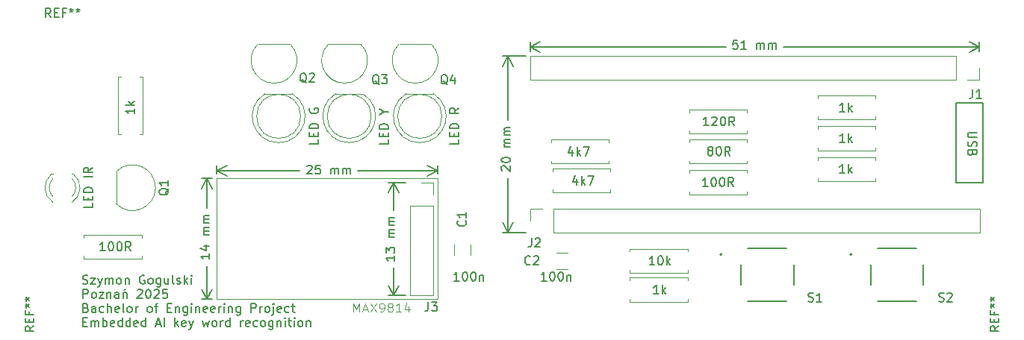
<source format=gbr>
%TF.GenerationSoftware,KiCad,Pcbnew,7.0.10*%
%TF.CreationDate,2024-12-18T16:05:22+01:00*%
%TF.ProjectId,transmitter,7472616e-736d-4697-9474-65722e6b6963,rev?*%
%TF.SameCoordinates,Original*%
%TF.FileFunction,Legend,Top*%
%TF.FilePolarity,Positive*%
%FSLAX46Y46*%
G04 Gerber Fmt 4.6, Leading zero omitted, Abs format (unit mm)*
G04 Created by KiCad (PCBNEW 7.0.10) date 2024-12-18 16:05:22*
%MOMM*%
%LPD*%
G01*
G04 APERTURE LIST*
%ADD10C,0.150000*%
%ADD11C,0.100000*%
%ADD12C,0.120000*%
%ADD13C,0.127000*%
%ADD14C,0.200000*%
G04 APERTURE END LIST*
D10*
X212824600Y-55000000D02*
X215850000Y-55000000D01*
X215850000Y-64000000D01*
X212824600Y-64000000D01*
X212824600Y-55000000D01*
X156460588Y-75169819D02*
X155889160Y-75169819D01*
X156174874Y-75169819D02*
X156174874Y-74169819D01*
X156174874Y-74169819D02*
X156079636Y-74312676D01*
X156079636Y-74312676D02*
X155984398Y-74407914D01*
X155984398Y-74407914D02*
X155889160Y-74455533D01*
X157079636Y-74169819D02*
X157174874Y-74169819D01*
X157174874Y-74169819D02*
X157270112Y-74217438D01*
X157270112Y-74217438D02*
X157317731Y-74265057D01*
X157317731Y-74265057D02*
X157365350Y-74360295D01*
X157365350Y-74360295D02*
X157412969Y-74550771D01*
X157412969Y-74550771D02*
X157412969Y-74788866D01*
X157412969Y-74788866D02*
X157365350Y-74979342D01*
X157365350Y-74979342D02*
X157317731Y-75074580D01*
X157317731Y-75074580D02*
X157270112Y-75122200D01*
X157270112Y-75122200D02*
X157174874Y-75169819D01*
X157174874Y-75169819D02*
X157079636Y-75169819D01*
X157079636Y-75169819D02*
X156984398Y-75122200D01*
X156984398Y-75122200D02*
X156936779Y-75074580D01*
X156936779Y-75074580D02*
X156889160Y-74979342D01*
X156889160Y-74979342D02*
X156841541Y-74788866D01*
X156841541Y-74788866D02*
X156841541Y-74550771D01*
X156841541Y-74550771D02*
X156889160Y-74360295D01*
X156889160Y-74360295D02*
X156936779Y-74265057D01*
X156936779Y-74265057D02*
X156984398Y-74217438D01*
X156984398Y-74217438D02*
X157079636Y-74169819D01*
X158032017Y-74169819D02*
X158127255Y-74169819D01*
X158127255Y-74169819D02*
X158222493Y-74217438D01*
X158222493Y-74217438D02*
X158270112Y-74265057D01*
X158270112Y-74265057D02*
X158317731Y-74360295D01*
X158317731Y-74360295D02*
X158365350Y-74550771D01*
X158365350Y-74550771D02*
X158365350Y-74788866D01*
X158365350Y-74788866D02*
X158317731Y-74979342D01*
X158317731Y-74979342D02*
X158270112Y-75074580D01*
X158270112Y-75074580D02*
X158222493Y-75122200D01*
X158222493Y-75122200D02*
X158127255Y-75169819D01*
X158127255Y-75169819D02*
X158032017Y-75169819D01*
X158032017Y-75169819D02*
X157936779Y-75122200D01*
X157936779Y-75122200D02*
X157889160Y-75074580D01*
X157889160Y-75074580D02*
X157841541Y-74979342D01*
X157841541Y-74979342D02*
X157793922Y-74788866D01*
X157793922Y-74788866D02*
X157793922Y-74550771D01*
X157793922Y-74550771D02*
X157841541Y-74360295D01*
X157841541Y-74360295D02*
X157889160Y-74265057D01*
X157889160Y-74265057D02*
X157936779Y-74217438D01*
X157936779Y-74217438D02*
X158032017Y-74169819D01*
X158793922Y-74503152D02*
X158793922Y-75169819D01*
X158793922Y-74598390D02*
X158841541Y-74550771D01*
X158841541Y-74550771D02*
X158936779Y-74503152D01*
X158936779Y-74503152D02*
X159079636Y-74503152D01*
X159079636Y-74503152D02*
X159174874Y-74550771D01*
X159174874Y-74550771D02*
X159222493Y-74646009D01*
X159222493Y-74646009D02*
X159222493Y-75169819D01*
X215130180Y-58336779D02*
X214320657Y-58336779D01*
X214320657Y-58336779D02*
X214225419Y-58384398D01*
X214225419Y-58384398D02*
X214177800Y-58432017D01*
X214177800Y-58432017D02*
X214130180Y-58527255D01*
X214130180Y-58527255D02*
X214130180Y-58717731D01*
X214130180Y-58717731D02*
X214177800Y-58812969D01*
X214177800Y-58812969D02*
X214225419Y-58860588D01*
X214225419Y-58860588D02*
X214320657Y-58908207D01*
X214320657Y-58908207D02*
X215130180Y-58908207D01*
X214177800Y-59336779D02*
X214130180Y-59479636D01*
X214130180Y-59479636D02*
X214130180Y-59717731D01*
X214130180Y-59717731D02*
X214177800Y-59812969D01*
X214177800Y-59812969D02*
X214225419Y-59860588D01*
X214225419Y-59860588D02*
X214320657Y-59908207D01*
X214320657Y-59908207D02*
X214415895Y-59908207D01*
X214415895Y-59908207D02*
X214511133Y-59860588D01*
X214511133Y-59860588D02*
X214558752Y-59812969D01*
X214558752Y-59812969D02*
X214606371Y-59717731D01*
X214606371Y-59717731D02*
X214653990Y-59527255D01*
X214653990Y-59527255D02*
X214701609Y-59432017D01*
X214701609Y-59432017D02*
X214749228Y-59384398D01*
X214749228Y-59384398D02*
X214844466Y-59336779D01*
X214844466Y-59336779D02*
X214939704Y-59336779D01*
X214939704Y-59336779D02*
X215034942Y-59384398D01*
X215034942Y-59384398D02*
X215082561Y-59432017D01*
X215082561Y-59432017D02*
X215130180Y-59527255D01*
X215130180Y-59527255D02*
X215130180Y-59765350D01*
X215130180Y-59765350D02*
X215082561Y-59908207D01*
X214653990Y-60670112D02*
X214606371Y-60812969D01*
X214606371Y-60812969D02*
X214558752Y-60860588D01*
X214558752Y-60860588D02*
X214463514Y-60908207D01*
X214463514Y-60908207D02*
X214320657Y-60908207D01*
X214320657Y-60908207D02*
X214225419Y-60860588D01*
X214225419Y-60860588D02*
X214177800Y-60812969D01*
X214177800Y-60812969D02*
X214130180Y-60717731D01*
X214130180Y-60717731D02*
X214130180Y-60336779D01*
X214130180Y-60336779D02*
X215130180Y-60336779D01*
X215130180Y-60336779D02*
X215130180Y-60670112D01*
X215130180Y-60670112D02*
X215082561Y-60765350D01*
X215082561Y-60765350D02*
X215034942Y-60812969D01*
X215034942Y-60812969D02*
X214939704Y-60860588D01*
X214939704Y-60860588D02*
X214844466Y-60860588D01*
X214844466Y-60860588D02*
X214749228Y-60812969D01*
X214749228Y-60812969D02*
X214701609Y-60765350D01*
X214701609Y-60765350D02*
X214653990Y-60670112D01*
X214653990Y-60670112D02*
X214653990Y-60336779D01*
X166360588Y-75169819D02*
X165789160Y-75169819D01*
X166074874Y-75169819D02*
X166074874Y-74169819D01*
X166074874Y-74169819D02*
X165979636Y-74312676D01*
X165979636Y-74312676D02*
X165884398Y-74407914D01*
X165884398Y-74407914D02*
X165789160Y-74455533D01*
X166979636Y-74169819D02*
X167074874Y-74169819D01*
X167074874Y-74169819D02*
X167170112Y-74217438D01*
X167170112Y-74217438D02*
X167217731Y-74265057D01*
X167217731Y-74265057D02*
X167265350Y-74360295D01*
X167265350Y-74360295D02*
X167312969Y-74550771D01*
X167312969Y-74550771D02*
X167312969Y-74788866D01*
X167312969Y-74788866D02*
X167265350Y-74979342D01*
X167265350Y-74979342D02*
X167217731Y-75074580D01*
X167217731Y-75074580D02*
X167170112Y-75122200D01*
X167170112Y-75122200D02*
X167074874Y-75169819D01*
X167074874Y-75169819D02*
X166979636Y-75169819D01*
X166979636Y-75169819D02*
X166884398Y-75122200D01*
X166884398Y-75122200D02*
X166836779Y-75074580D01*
X166836779Y-75074580D02*
X166789160Y-74979342D01*
X166789160Y-74979342D02*
X166741541Y-74788866D01*
X166741541Y-74788866D02*
X166741541Y-74550771D01*
X166741541Y-74550771D02*
X166789160Y-74360295D01*
X166789160Y-74360295D02*
X166836779Y-74265057D01*
X166836779Y-74265057D02*
X166884398Y-74217438D01*
X166884398Y-74217438D02*
X166979636Y-74169819D01*
X167932017Y-74169819D02*
X168027255Y-74169819D01*
X168027255Y-74169819D02*
X168122493Y-74217438D01*
X168122493Y-74217438D02*
X168170112Y-74265057D01*
X168170112Y-74265057D02*
X168217731Y-74360295D01*
X168217731Y-74360295D02*
X168265350Y-74550771D01*
X168265350Y-74550771D02*
X168265350Y-74788866D01*
X168265350Y-74788866D02*
X168217731Y-74979342D01*
X168217731Y-74979342D02*
X168170112Y-75074580D01*
X168170112Y-75074580D02*
X168122493Y-75122200D01*
X168122493Y-75122200D02*
X168027255Y-75169819D01*
X168027255Y-75169819D02*
X167932017Y-75169819D01*
X167932017Y-75169819D02*
X167836779Y-75122200D01*
X167836779Y-75122200D02*
X167789160Y-75074580D01*
X167789160Y-75074580D02*
X167741541Y-74979342D01*
X167741541Y-74979342D02*
X167693922Y-74788866D01*
X167693922Y-74788866D02*
X167693922Y-74550771D01*
X167693922Y-74550771D02*
X167741541Y-74360295D01*
X167741541Y-74360295D02*
X167789160Y-74265057D01*
X167789160Y-74265057D02*
X167836779Y-74217438D01*
X167836779Y-74217438D02*
X167932017Y-74169819D01*
X168693922Y-74503152D02*
X168693922Y-75169819D01*
X168693922Y-74598390D02*
X168741541Y-74550771D01*
X168741541Y-74550771D02*
X168836779Y-74503152D01*
X168836779Y-74503152D02*
X168979636Y-74503152D01*
X168979636Y-74503152D02*
X169074874Y-74550771D01*
X169074874Y-74550771D02*
X169122493Y-74646009D01*
X169122493Y-74646009D02*
X169122493Y-75169819D01*
X113789160Y-75492200D02*
X113932017Y-75539819D01*
X113932017Y-75539819D02*
X114170112Y-75539819D01*
X114170112Y-75539819D02*
X114265350Y-75492200D01*
X114265350Y-75492200D02*
X114312969Y-75444580D01*
X114312969Y-75444580D02*
X114360588Y-75349342D01*
X114360588Y-75349342D02*
X114360588Y-75254104D01*
X114360588Y-75254104D02*
X114312969Y-75158866D01*
X114312969Y-75158866D02*
X114265350Y-75111247D01*
X114265350Y-75111247D02*
X114170112Y-75063628D01*
X114170112Y-75063628D02*
X113979636Y-75016009D01*
X113979636Y-75016009D02*
X113884398Y-74968390D01*
X113884398Y-74968390D02*
X113836779Y-74920771D01*
X113836779Y-74920771D02*
X113789160Y-74825533D01*
X113789160Y-74825533D02*
X113789160Y-74730295D01*
X113789160Y-74730295D02*
X113836779Y-74635057D01*
X113836779Y-74635057D02*
X113884398Y-74587438D01*
X113884398Y-74587438D02*
X113979636Y-74539819D01*
X113979636Y-74539819D02*
X114217731Y-74539819D01*
X114217731Y-74539819D02*
X114360588Y-74587438D01*
X114693922Y-74873152D02*
X115217731Y-74873152D01*
X115217731Y-74873152D02*
X114693922Y-75539819D01*
X114693922Y-75539819D02*
X115217731Y-75539819D01*
X115503446Y-74873152D02*
X115741541Y-75539819D01*
X115979636Y-74873152D02*
X115741541Y-75539819D01*
X115741541Y-75539819D02*
X115646303Y-75777914D01*
X115646303Y-75777914D02*
X115598684Y-75825533D01*
X115598684Y-75825533D02*
X115503446Y-75873152D01*
X116360589Y-75539819D02*
X116360589Y-74873152D01*
X116360589Y-74968390D02*
X116408208Y-74920771D01*
X116408208Y-74920771D02*
X116503446Y-74873152D01*
X116503446Y-74873152D02*
X116646303Y-74873152D01*
X116646303Y-74873152D02*
X116741541Y-74920771D01*
X116741541Y-74920771D02*
X116789160Y-75016009D01*
X116789160Y-75016009D02*
X116789160Y-75539819D01*
X116789160Y-75016009D02*
X116836779Y-74920771D01*
X116836779Y-74920771D02*
X116932017Y-74873152D01*
X116932017Y-74873152D02*
X117074874Y-74873152D01*
X117074874Y-74873152D02*
X117170113Y-74920771D01*
X117170113Y-74920771D02*
X117217732Y-75016009D01*
X117217732Y-75016009D02*
X117217732Y-75539819D01*
X117836779Y-75539819D02*
X117741541Y-75492200D01*
X117741541Y-75492200D02*
X117693922Y-75444580D01*
X117693922Y-75444580D02*
X117646303Y-75349342D01*
X117646303Y-75349342D02*
X117646303Y-75063628D01*
X117646303Y-75063628D02*
X117693922Y-74968390D01*
X117693922Y-74968390D02*
X117741541Y-74920771D01*
X117741541Y-74920771D02*
X117836779Y-74873152D01*
X117836779Y-74873152D02*
X117979636Y-74873152D01*
X117979636Y-74873152D02*
X118074874Y-74920771D01*
X118074874Y-74920771D02*
X118122493Y-74968390D01*
X118122493Y-74968390D02*
X118170112Y-75063628D01*
X118170112Y-75063628D02*
X118170112Y-75349342D01*
X118170112Y-75349342D02*
X118122493Y-75444580D01*
X118122493Y-75444580D02*
X118074874Y-75492200D01*
X118074874Y-75492200D02*
X117979636Y-75539819D01*
X117979636Y-75539819D02*
X117836779Y-75539819D01*
X118598684Y-74873152D02*
X118598684Y-75539819D01*
X118598684Y-74968390D02*
X118646303Y-74920771D01*
X118646303Y-74920771D02*
X118741541Y-74873152D01*
X118741541Y-74873152D02*
X118884398Y-74873152D01*
X118884398Y-74873152D02*
X118979636Y-74920771D01*
X118979636Y-74920771D02*
X119027255Y-75016009D01*
X119027255Y-75016009D02*
X119027255Y-75539819D01*
X120789160Y-74587438D02*
X120693922Y-74539819D01*
X120693922Y-74539819D02*
X120551065Y-74539819D01*
X120551065Y-74539819D02*
X120408208Y-74587438D01*
X120408208Y-74587438D02*
X120312970Y-74682676D01*
X120312970Y-74682676D02*
X120265351Y-74777914D01*
X120265351Y-74777914D02*
X120217732Y-74968390D01*
X120217732Y-74968390D02*
X120217732Y-75111247D01*
X120217732Y-75111247D02*
X120265351Y-75301723D01*
X120265351Y-75301723D02*
X120312970Y-75396961D01*
X120312970Y-75396961D02*
X120408208Y-75492200D01*
X120408208Y-75492200D02*
X120551065Y-75539819D01*
X120551065Y-75539819D02*
X120646303Y-75539819D01*
X120646303Y-75539819D02*
X120789160Y-75492200D01*
X120789160Y-75492200D02*
X120836779Y-75444580D01*
X120836779Y-75444580D02*
X120836779Y-75111247D01*
X120836779Y-75111247D02*
X120646303Y-75111247D01*
X121408208Y-75539819D02*
X121312970Y-75492200D01*
X121312970Y-75492200D02*
X121265351Y-75444580D01*
X121265351Y-75444580D02*
X121217732Y-75349342D01*
X121217732Y-75349342D02*
X121217732Y-75063628D01*
X121217732Y-75063628D02*
X121265351Y-74968390D01*
X121265351Y-74968390D02*
X121312970Y-74920771D01*
X121312970Y-74920771D02*
X121408208Y-74873152D01*
X121408208Y-74873152D02*
X121551065Y-74873152D01*
X121551065Y-74873152D02*
X121646303Y-74920771D01*
X121646303Y-74920771D02*
X121693922Y-74968390D01*
X121693922Y-74968390D02*
X121741541Y-75063628D01*
X121741541Y-75063628D02*
X121741541Y-75349342D01*
X121741541Y-75349342D02*
X121693922Y-75444580D01*
X121693922Y-75444580D02*
X121646303Y-75492200D01*
X121646303Y-75492200D02*
X121551065Y-75539819D01*
X121551065Y-75539819D02*
X121408208Y-75539819D01*
X122598684Y-74873152D02*
X122598684Y-75682676D01*
X122598684Y-75682676D02*
X122551065Y-75777914D01*
X122551065Y-75777914D02*
X122503446Y-75825533D01*
X122503446Y-75825533D02*
X122408208Y-75873152D01*
X122408208Y-75873152D02*
X122265351Y-75873152D01*
X122265351Y-75873152D02*
X122170113Y-75825533D01*
X122598684Y-75492200D02*
X122503446Y-75539819D01*
X122503446Y-75539819D02*
X122312970Y-75539819D01*
X122312970Y-75539819D02*
X122217732Y-75492200D01*
X122217732Y-75492200D02*
X122170113Y-75444580D01*
X122170113Y-75444580D02*
X122122494Y-75349342D01*
X122122494Y-75349342D02*
X122122494Y-75063628D01*
X122122494Y-75063628D02*
X122170113Y-74968390D01*
X122170113Y-74968390D02*
X122217732Y-74920771D01*
X122217732Y-74920771D02*
X122312970Y-74873152D01*
X122312970Y-74873152D02*
X122503446Y-74873152D01*
X122503446Y-74873152D02*
X122598684Y-74920771D01*
X123503446Y-74873152D02*
X123503446Y-75539819D01*
X123074875Y-74873152D02*
X123074875Y-75396961D01*
X123074875Y-75396961D02*
X123122494Y-75492200D01*
X123122494Y-75492200D02*
X123217732Y-75539819D01*
X123217732Y-75539819D02*
X123360589Y-75539819D01*
X123360589Y-75539819D02*
X123455827Y-75492200D01*
X123455827Y-75492200D02*
X123503446Y-75444580D01*
X124122494Y-75539819D02*
X124027256Y-75492200D01*
X124027256Y-75492200D02*
X123979637Y-75396961D01*
X123979637Y-75396961D02*
X123979637Y-74539819D01*
X124455828Y-75492200D02*
X124551066Y-75539819D01*
X124551066Y-75539819D02*
X124741542Y-75539819D01*
X124741542Y-75539819D02*
X124836780Y-75492200D01*
X124836780Y-75492200D02*
X124884399Y-75396961D01*
X124884399Y-75396961D02*
X124884399Y-75349342D01*
X124884399Y-75349342D02*
X124836780Y-75254104D01*
X124836780Y-75254104D02*
X124741542Y-75206485D01*
X124741542Y-75206485D02*
X124598685Y-75206485D01*
X124598685Y-75206485D02*
X124503447Y-75158866D01*
X124503447Y-75158866D02*
X124455828Y-75063628D01*
X124455828Y-75063628D02*
X124455828Y-75016009D01*
X124455828Y-75016009D02*
X124503447Y-74920771D01*
X124503447Y-74920771D02*
X124598685Y-74873152D01*
X124598685Y-74873152D02*
X124741542Y-74873152D01*
X124741542Y-74873152D02*
X124836780Y-74920771D01*
X125312971Y-75539819D02*
X125312971Y-74539819D01*
X125408209Y-75158866D02*
X125693923Y-75539819D01*
X125693923Y-74873152D02*
X125312971Y-75254104D01*
X126122495Y-75539819D02*
X126122495Y-74873152D01*
X126122495Y-74539819D02*
X126074876Y-74587438D01*
X126074876Y-74587438D02*
X126122495Y-74635057D01*
X126122495Y-74635057D02*
X126170114Y-74587438D01*
X126170114Y-74587438D02*
X126122495Y-74539819D01*
X126122495Y-74539819D02*
X126122495Y-74635057D01*
X113836779Y-77149819D02*
X113836779Y-76149819D01*
X113836779Y-76149819D02*
X114217731Y-76149819D01*
X114217731Y-76149819D02*
X114312969Y-76197438D01*
X114312969Y-76197438D02*
X114360588Y-76245057D01*
X114360588Y-76245057D02*
X114408207Y-76340295D01*
X114408207Y-76340295D02*
X114408207Y-76483152D01*
X114408207Y-76483152D02*
X114360588Y-76578390D01*
X114360588Y-76578390D02*
X114312969Y-76626009D01*
X114312969Y-76626009D02*
X114217731Y-76673628D01*
X114217731Y-76673628D02*
X113836779Y-76673628D01*
X114979636Y-77149819D02*
X114884398Y-77102200D01*
X114884398Y-77102200D02*
X114836779Y-77054580D01*
X114836779Y-77054580D02*
X114789160Y-76959342D01*
X114789160Y-76959342D02*
X114789160Y-76673628D01*
X114789160Y-76673628D02*
X114836779Y-76578390D01*
X114836779Y-76578390D02*
X114884398Y-76530771D01*
X114884398Y-76530771D02*
X114979636Y-76483152D01*
X114979636Y-76483152D02*
X115122493Y-76483152D01*
X115122493Y-76483152D02*
X115217731Y-76530771D01*
X115217731Y-76530771D02*
X115265350Y-76578390D01*
X115265350Y-76578390D02*
X115312969Y-76673628D01*
X115312969Y-76673628D02*
X115312969Y-76959342D01*
X115312969Y-76959342D02*
X115265350Y-77054580D01*
X115265350Y-77054580D02*
X115217731Y-77102200D01*
X115217731Y-77102200D02*
X115122493Y-77149819D01*
X115122493Y-77149819D02*
X114979636Y-77149819D01*
X115646303Y-76483152D02*
X116170112Y-76483152D01*
X116170112Y-76483152D02*
X115646303Y-77149819D01*
X115646303Y-77149819D02*
X116170112Y-77149819D01*
X116551065Y-76483152D02*
X116551065Y-77149819D01*
X116551065Y-76578390D02*
X116598684Y-76530771D01*
X116598684Y-76530771D02*
X116693922Y-76483152D01*
X116693922Y-76483152D02*
X116836779Y-76483152D01*
X116836779Y-76483152D02*
X116932017Y-76530771D01*
X116932017Y-76530771D02*
X116979636Y-76626009D01*
X116979636Y-76626009D02*
X116979636Y-77149819D01*
X117884398Y-77149819D02*
X117884398Y-76626009D01*
X117884398Y-76626009D02*
X117836779Y-76530771D01*
X117836779Y-76530771D02*
X117741541Y-76483152D01*
X117741541Y-76483152D02*
X117551065Y-76483152D01*
X117551065Y-76483152D02*
X117455827Y-76530771D01*
X117884398Y-77102200D02*
X117789160Y-77149819D01*
X117789160Y-77149819D02*
X117551065Y-77149819D01*
X117551065Y-77149819D02*
X117455827Y-77102200D01*
X117455827Y-77102200D02*
X117408208Y-77006961D01*
X117408208Y-77006961D02*
X117408208Y-76911723D01*
X117408208Y-76911723D02*
X117455827Y-76816485D01*
X117455827Y-76816485D02*
X117551065Y-76768866D01*
X117551065Y-76768866D02*
X117789160Y-76768866D01*
X117789160Y-76768866D02*
X117884398Y-76721247D01*
X118360589Y-76483152D02*
X118360589Y-77149819D01*
X118360589Y-76578390D02*
X118408208Y-76530771D01*
X118408208Y-76530771D02*
X118503446Y-76483152D01*
X118503446Y-76483152D02*
X118646303Y-76483152D01*
X118646303Y-76483152D02*
X118741541Y-76530771D01*
X118741541Y-76530771D02*
X118789160Y-76626009D01*
X118789160Y-76626009D02*
X118789160Y-77149819D01*
X118646303Y-76102200D02*
X118503446Y-76245057D01*
X119979637Y-76245057D02*
X120027256Y-76197438D01*
X120027256Y-76197438D02*
X120122494Y-76149819D01*
X120122494Y-76149819D02*
X120360589Y-76149819D01*
X120360589Y-76149819D02*
X120455827Y-76197438D01*
X120455827Y-76197438D02*
X120503446Y-76245057D01*
X120503446Y-76245057D02*
X120551065Y-76340295D01*
X120551065Y-76340295D02*
X120551065Y-76435533D01*
X120551065Y-76435533D02*
X120503446Y-76578390D01*
X120503446Y-76578390D02*
X119932018Y-77149819D01*
X119932018Y-77149819D02*
X120551065Y-77149819D01*
X121170113Y-76149819D02*
X121265351Y-76149819D01*
X121265351Y-76149819D02*
X121360589Y-76197438D01*
X121360589Y-76197438D02*
X121408208Y-76245057D01*
X121408208Y-76245057D02*
X121455827Y-76340295D01*
X121455827Y-76340295D02*
X121503446Y-76530771D01*
X121503446Y-76530771D02*
X121503446Y-76768866D01*
X121503446Y-76768866D02*
X121455827Y-76959342D01*
X121455827Y-76959342D02*
X121408208Y-77054580D01*
X121408208Y-77054580D02*
X121360589Y-77102200D01*
X121360589Y-77102200D02*
X121265351Y-77149819D01*
X121265351Y-77149819D02*
X121170113Y-77149819D01*
X121170113Y-77149819D02*
X121074875Y-77102200D01*
X121074875Y-77102200D02*
X121027256Y-77054580D01*
X121027256Y-77054580D02*
X120979637Y-76959342D01*
X120979637Y-76959342D02*
X120932018Y-76768866D01*
X120932018Y-76768866D02*
X120932018Y-76530771D01*
X120932018Y-76530771D02*
X120979637Y-76340295D01*
X120979637Y-76340295D02*
X121027256Y-76245057D01*
X121027256Y-76245057D02*
X121074875Y-76197438D01*
X121074875Y-76197438D02*
X121170113Y-76149819D01*
X121884399Y-76245057D02*
X121932018Y-76197438D01*
X121932018Y-76197438D02*
X122027256Y-76149819D01*
X122027256Y-76149819D02*
X122265351Y-76149819D01*
X122265351Y-76149819D02*
X122360589Y-76197438D01*
X122360589Y-76197438D02*
X122408208Y-76245057D01*
X122408208Y-76245057D02*
X122455827Y-76340295D01*
X122455827Y-76340295D02*
X122455827Y-76435533D01*
X122455827Y-76435533D02*
X122408208Y-76578390D01*
X122408208Y-76578390D02*
X121836780Y-77149819D01*
X121836780Y-77149819D02*
X122455827Y-77149819D01*
X123360589Y-76149819D02*
X122884399Y-76149819D01*
X122884399Y-76149819D02*
X122836780Y-76626009D01*
X122836780Y-76626009D02*
X122884399Y-76578390D01*
X122884399Y-76578390D02*
X122979637Y-76530771D01*
X122979637Y-76530771D02*
X123217732Y-76530771D01*
X123217732Y-76530771D02*
X123312970Y-76578390D01*
X123312970Y-76578390D02*
X123360589Y-76626009D01*
X123360589Y-76626009D02*
X123408208Y-76721247D01*
X123408208Y-76721247D02*
X123408208Y-76959342D01*
X123408208Y-76959342D02*
X123360589Y-77054580D01*
X123360589Y-77054580D02*
X123312970Y-77102200D01*
X123312970Y-77102200D02*
X123217732Y-77149819D01*
X123217732Y-77149819D02*
X122979637Y-77149819D01*
X122979637Y-77149819D02*
X122884399Y-77102200D01*
X122884399Y-77102200D02*
X122836780Y-77054580D01*
X114170112Y-78236009D02*
X114312969Y-78283628D01*
X114312969Y-78283628D02*
X114360588Y-78331247D01*
X114360588Y-78331247D02*
X114408207Y-78426485D01*
X114408207Y-78426485D02*
X114408207Y-78569342D01*
X114408207Y-78569342D02*
X114360588Y-78664580D01*
X114360588Y-78664580D02*
X114312969Y-78712200D01*
X114312969Y-78712200D02*
X114217731Y-78759819D01*
X114217731Y-78759819D02*
X113836779Y-78759819D01*
X113836779Y-78759819D02*
X113836779Y-77759819D01*
X113836779Y-77759819D02*
X114170112Y-77759819D01*
X114170112Y-77759819D02*
X114265350Y-77807438D01*
X114265350Y-77807438D02*
X114312969Y-77855057D01*
X114312969Y-77855057D02*
X114360588Y-77950295D01*
X114360588Y-77950295D02*
X114360588Y-78045533D01*
X114360588Y-78045533D02*
X114312969Y-78140771D01*
X114312969Y-78140771D02*
X114265350Y-78188390D01*
X114265350Y-78188390D02*
X114170112Y-78236009D01*
X114170112Y-78236009D02*
X113836779Y-78236009D01*
X115265350Y-78759819D02*
X115265350Y-78236009D01*
X115265350Y-78236009D02*
X115217731Y-78140771D01*
X115217731Y-78140771D02*
X115122493Y-78093152D01*
X115122493Y-78093152D02*
X114932017Y-78093152D01*
X114932017Y-78093152D02*
X114836779Y-78140771D01*
X115265350Y-78712200D02*
X115170112Y-78759819D01*
X115170112Y-78759819D02*
X114932017Y-78759819D01*
X114932017Y-78759819D02*
X114836779Y-78712200D01*
X114836779Y-78712200D02*
X114789160Y-78616961D01*
X114789160Y-78616961D02*
X114789160Y-78521723D01*
X114789160Y-78521723D02*
X114836779Y-78426485D01*
X114836779Y-78426485D02*
X114932017Y-78378866D01*
X114932017Y-78378866D02*
X115170112Y-78378866D01*
X115170112Y-78378866D02*
X115265350Y-78331247D01*
X116170112Y-78712200D02*
X116074874Y-78759819D01*
X116074874Y-78759819D02*
X115884398Y-78759819D01*
X115884398Y-78759819D02*
X115789160Y-78712200D01*
X115789160Y-78712200D02*
X115741541Y-78664580D01*
X115741541Y-78664580D02*
X115693922Y-78569342D01*
X115693922Y-78569342D02*
X115693922Y-78283628D01*
X115693922Y-78283628D02*
X115741541Y-78188390D01*
X115741541Y-78188390D02*
X115789160Y-78140771D01*
X115789160Y-78140771D02*
X115884398Y-78093152D01*
X115884398Y-78093152D02*
X116074874Y-78093152D01*
X116074874Y-78093152D02*
X116170112Y-78140771D01*
X116598684Y-78759819D02*
X116598684Y-77759819D01*
X117027255Y-78759819D02*
X117027255Y-78236009D01*
X117027255Y-78236009D02*
X116979636Y-78140771D01*
X116979636Y-78140771D02*
X116884398Y-78093152D01*
X116884398Y-78093152D02*
X116741541Y-78093152D01*
X116741541Y-78093152D02*
X116646303Y-78140771D01*
X116646303Y-78140771D02*
X116598684Y-78188390D01*
X117884398Y-78712200D02*
X117789160Y-78759819D01*
X117789160Y-78759819D02*
X117598684Y-78759819D01*
X117598684Y-78759819D02*
X117503446Y-78712200D01*
X117503446Y-78712200D02*
X117455827Y-78616961D01*
X117455827Y-78616961D02*
X117455827Y-78236009D01*
X117455827Y-78236009D02*
X117503446Y-78140771D01*
X117503446Y-78140771D02*
X117598684Y-78093152D01*
X117598684Y-78093152D02*
X117789160Y-78093152D01*
X117789160Y-78093152D02*
X117884398Y-78140771D01*
X117884398Y-78140771D02*
X117932017Y-78236009D01*
X117932017Y-78236009D02*
X117932017Y-78331247D01*
X117932017Y-78331247D02*
X117455827Y-78426485D01*
X118503446Y-78759819D02*
X118408208Y-78712200D01*
X118408208Y-78712200D02*
X118360589Y-78616961D01*
X118360589Y-78616961D02*
X118360589Y-77759819D01*
X119027256Y-78759819D02*
X118932018Y-78712200D01*
X118932018Y-78712200D02*
X118884399Y-78664580D01*
X118884399Y-78664580D02*
X118836780Y-78569342D01*
X118836780Y-78569342D02*
X118836780Y-78283628D01*
X118836780Y-78283628D02*
X118884399Y-78188390D01*
X118884399Y-78188390D02*
X118932018Y-78140771D01*
X118932018Y-78140771D02*
X119027256Y-78093152D01*
X119027256Y-78093152D02*
X119170113Y-78093152D01*
X119170113Y-78093152D02*
X119265351Y-78140771D01*
X119265351Y-78140771D02*
X119312970Y-78188390D01*
X119312970Y-78188390D02*
X119360589Y-78283628D01*
X119360589Y-78283628D02*
X119360589Y-78569342D01*
X119360589Y-78569342D02*
X119312970Y-78664580D01*
X119312970Y-78664580D02*
X119265351Y-78712200D01*
X119265351Y-78712200D02*
X119170113Y-78759819D01*
X119170113Y-78759819D02*
X119027256Y-78759819D01*
X119789161Y-78759819D02*
X119789161Y-78093152D01*
X119789161Y-78283628D02*
X119836780Y-78188390D01*
X119836780Y-78188390D02*
X119884399Y-78140771D01*
X119884399Y-78140771D02*
X119979637Y-78093152D01*
X119979637Y-78093152D02*
X120074875Y-78093152D01*
X121312971Y-78759819D02*
X121217733Y-78712200D01*
X121217733Y-78712200D02*
X121170114Y-78664580D01*
X121170114Y-78664580D02*
X121122495Y-78569342D01*
X121122495Y-78569342D02*
X121122495Y-78283628D01*
X121122495Y-78283628D02*
X121170114Y-78188390D01*
X121170114Y-78188390D02*
X121217733Y-78140771D01*
X121217733Y-78140771D02*
X121312971Y-78093152D01*
X121312971Y-78093152D02*
X121455828Y-78093152D01*
X121455828Y-78093152D02*
X121551066Y-78140771D01*
X121551066Y-78140771D02*
X121598685Y-78188390D01*
X121598685Y-78188390D02*
X121646304Y-78283628D01*
X121646304Y-78283628D02*
X121646304Y-78569342D01*
X121646304Y-78569342D02*
X121598685Y-78664580D01*
X121598685Y-78664580D02*
X121551066Y-78712200D01*
X121551066Y-78712200D02*
X121455828Y-78759819D01*
X121455828Y-78759819D02*
X121312971Y-78759819D01*
X121932019Y-78093152D02*
X122312971Y-78093152D01*
X122074876Y-78759819D02*
X122074876Y-77902676D01*
X122074876Y-77902676D02*
X122122495Y-77807438D01*
X122122495Y-77807438D02*
X122217733Y-77759819D01*
X122217733Y-77759819D02*
X122312971Y-77759819D01*
X123408210Y-78236009D02*
X123741543Y-78236009D01*
X123884400Y-78759819D02*
X123408210Y-78759819D01*
X123408210Y-78759819D02*
X123408210Y-77759819D01*
X123408210Y-77759819D02*
X123884400Y-77759819D01*
X124312972Y-78093152D02*
X124312972Y-78759819D01*
X124312972Y-78188390D02*
X124360591Y-78140771D01*
X124360591Y-78140771D02*
X124455829Y-78093152D01*
X124455829Y-78093152D02*
X124598686Y-78093152D01*
X124598686Y-78093152D02*
X124693924Y-78140771D01*
X124693924Y-78140771D02*
X124741543Y-78236009D01*
X124741543Y-78236009D02*
X124741543Y-78759819D01*
X125646305Y-78093152D02*
X125646305Y-78902676D01*
X125646305Y-78902676D02*
X125598686Y-78997914D01*
X125598686Y-78997914D02*
X125551067Y-79045533D01*
X125551067Y-79045533D02*
X125455829Y-79093152D01*
X125455829Y-79093152D02*
X125312972Y-79093152D01*
X125312972Y-79093152D02*
X125217734Y-79045533D01*
X125646305Y-78712200D02*
X125551067Y-78759819D01*
X125551067Y-78759819D02*
X125360591Y-78759819D01*
X125360591Y-78759819D02*
X125265353Y-78712200D01*
X125265353Y-78712200D02*
X125217734Y-78664580D01*
X125217734Y-78664580D02*
X125170115Y-78569342D01*
X125170115Y-78569342D02*
X125170115Y-78283628D01*
X125170115Y-78283628D02*
X125217734Y-78188390D01*
X125217734Y-78188390D02*
X125265353Y-78140771D01*
X125265353Y-78140771D02*
X125360591Y-78093152D01*
X125360591Y-78093152D02*
X125551067Y-78093152D01*
X125551067Y-78093152D02*
X125646305Y-78140771D01*
X126122496Y-78759819D02*
X126122496Y-78093152D01*
X126122496Y-77759819D02*
X126074877Y-77807438D01*
X126074877Y-77807438D02*
X126122496Y-77855057D01*
X126122496Y-77855057D02*
X126170115Y-77807438D01*
X126170115Y-77807438D02*
X126122496Y-77759819D01*
X126122496Y-77759819D02*
X126122496Y-77855057D01*
X126598686Y-78093152D02*
X126598686Y-78759819D01*
X126598686Y-78188390D02*
X126646305Y-78140771D01*
X126646305Y-78140771D02*
X126741543Y-78093152D01*
X126741543Y-78093152D02*
X126884400Y-78093152D01*
X126884400Y-78093152D02*
X126979638Y-78140771D01*
X126979638Y-78140771D02*
X127027257Y-78236009D01*
X127027257Y-78236009D02*
X127027257Y-78759819D01*
X127884400Y-78712200D02*
X127789162Y-78759819D01*
X127789162Y-78759819D02*
X127598686Y-78759819D01*
X127598686Y-78759819D02*
X127503448Y-78712200D01*
X127503448Y-78712200D02*
X127455829Y-78616961D01*
X127455829Y-78616961D02*
X127455829Y-78236009D01*
X127455829Y-78236009D02*
X127503448Y-78140771D01*
X127503448Y-78140771D02*
X127598686Y-78093152D01*
X127598686Y-78093152D02*
X127789162Y-78093152D01*
X127789162Y-78093152D02*
X127884400Y-78140771D01*
X127884400Y-78140771D02*
X127932019Y-78236009D01*
X127932019Y-78236009D02*
X127932019Y-78331247D01*
X127932019Y-78331247D02*
X127455829Y-78426485D01*
X128741543Y-78712200D02*
X128646305Y-78759819D01*
X128646305Y-78759819D02*
X128455829Y-78759819D01*
X128455829Y-78759819D02*
X128360591Y-78712200D01*
X128360591Y-78712200D02*
X128312972Y-78616961D01*
X128312972Y-78616961D02*
X128312972Y-78236009D01*
X128312972Y-78236009D02*
X128360591Y-78140771D01*
X128360591Y-78140771D02*
X128455829Y-78093152D01*
X128455829Y-78093152D02*
X128646305Y-78093152D01*
X128646305Y-78093152D02*
X128741543Y-78140771D01*
X128741543Y-78140771D02*
X128789162Y-78236009D01*
X128789162Y-78236009D02*
X128789162Y-78331247D01*
X128789162Y-78331247D02*
X128312972Y-78426485D01*
X129217734Y-78759819D02*
X129217734Y-78093152D01*
X129217734Y-78283628D02*
X129265353Y-78188390D01*
X129265353Y-78188390D02*
X129312972Y-78140771D01*
X129312972Y-78140771D02*
X129408210Y-78093152D01*
X129408210Y-78093152D02*
X129503448Y-78093152D01*
X129836782Y-78759819D02*
X129836782Y-78093152D01*
X129836782Y-77759819D02*
X129789163Y-77807438D01*
X129789163Y-77807438D02*
X129836782Y-77855057D01*
X129836782Y-77855057D02*
X129884401Y-77807438D01*
X129884401Y-77807438D02*
X129836782Y-77759819D01*
X129836782Y-77759819D02*
X129836782Y-77855057D01*
X130312972Y-78093152D02*
X130312972Y-78759819D01*
X130312972Y-78188390D02*
X130360591Y-78140771D01*
X130360591Y-78140771D02*
X130455829Y-78093152D01*
X130455829Y-78093152D02*
X130598686Y-78093152D01*
X130598686Y-78093152D02*
X130693924Y-78140771D01*
X130693924Y-78140771D02*
X130741543Y-78236009D01*
X130741543Y-78236009D02*
X130741543Y-78759819D01*
X131646305Y-78093152D02*
X131646305Y-78902676D01*
X131646305Y-78902676D02*
X131598686Y-78997914D01*
X131598686Y-78997914D02*
X131551067Y-79045533D01*
X131551067Y-79045533D02*
X131455829Y-79093152D01*
X131455829Y-79093152D02*
X131312972Y-79093152D01*
X131312972Y-79093152D02*
X131217734Y-79045533D01*
X131646305Y-78712200D02*
X131551067Y-78759819D01*
X131551067Y-78759819D02*
X131360591Y-78759819D01*
X131360591Y-78759819D02*
X131265353Y-78712200D01*
X131265353Y-78712200D02*
X131217734Y-78664580D01*
X131217734Y-78664580D02*
X131170115Y-78569342D01*
X131170115Y-78569342D02*
X131170115Y-78283628D01*
X131170115Y-78283628D02*
X131217734Y-78188390D01*
X131217734Y-78188390D02*
X131265353Y-78140771D01*
X131265353Y-78140771D02*
X131360591Y-78093152D01*
X131360591Y-78093152D02*
X131551067Y-78093152D01*
X131551067Y-78093152D02*
X131646305Y-78140771D01*
X132884401Y-78759819D02*
X132884401Y-77759819D01*
X132884401Y-77759819D02*
X133265353Y-77759819D01*
X133265353Y-77759819D02*
X133360591Y-77807438D01*
X133360591Y-77807438D02*
X133408210Y-77855057D01*
X133408210Y-77855057D02*
X133455829Y-77950295D01*
X133455829Y-77950295D02*
X133455829Y-78093152D01*
X133455829Y-78093152D02*
X133408210Y-78188390D01*
X133408210Y-78188390D02*
X133360591Y-78236009D01*
X133360591Y-78236009D02*
X133265353Y-78283628D01*
X133265353Y-78283628D02*
X132884401Y-78283628D01*
X133884401Y-78759819D02*
X133884401Y-78093152D01*
X133884401Y-78283628D02*
X133932020Y-78188390D01*
X133932020Y-78188390D02*
X133979639Y-78140771D01*
X133979639Y-78140771D02*
X134074877Y-78093152D01*
X134074877Y-78093152D02*
X134170115Y-78093152D01*
X134646306Y-78759819D02*
X134551068Y-78712200D01*
X134551068Y-78712200D02*
X134503449Y-78664580D01*
X134503449Y-78664580D02*
X134455830Y-78569342D01*
X134455830Y-78569342D02*
X134455830Y-78283628D01*
X134455830Y-78283628D02*
X134503449Y-78188390D01*
X134503449Y-78188390D02*
X134551068Y-78140771D01*
X134551068Y-78140771D02*
X134646306Y-78093152D01*
X134646306Y-78093152D02*
X134789163Y-78093152D01*
X134789163Y-78093152D02*
X134884401Y-78140771D01*
X134884401Y-78140771D02*
X134932020Y-78188390D01*
X134932020Y-78188390D02*
X134979639Y-78283628D01*
X134979639Y-78283628D02*
X134979639Y-78569342D01*
X134979639Y-78569342D02*
X134932020Y-78664580D01*
X134932020Y-78664580D02*
X134884401Y-78712200D01*
X134884401Y-78712200D02*
X134789163Y-78759819D01*
X134789163Y-78759819D02*
X134646306Y-78759819D01*
X135408211Y-78093152D02*
X135408211Y-78950295D01*
X135408211Y-78950295D02*
X135360592Y-79045533D01*
X135360592Y-79045533D02*
X135265354Y-79093152D01*
X135265354Y-79093152D02*
X135217735Y-79093152D01*
X135408211Y-77759819D02*
X135360592Y-77807438D01*
X135360592Y-77807438D02*
X135408211Y-77855057D01*
X135408211Y-77855057D02*
X135455830Y-77807438D01*
X135455830Y-77807438D02*
X135408211Y-77759819D01*
X135408211Y-77759819D02*
X135408211Y-77855057D01*
X136265353Y-78712200D02*
X136170115Y-78759819D01*
X136170115Y-78759819D02*
X135979639Y-78759819D01*
X135979639Y-78759819D02*
X135884401Y-78712200D01*
X135884401Y-78712200D02*
X135836782Y-78616961D01*
X135836782Y-78616961D02*
X135836782Y-78236009D01*
X135836782Y-78236009D02*
X135884401Y-78140771D01*
X135884401Y-78140771D02*
X135979639Y-78093152D01*
X135979639Y-78093152D02*
X136170115Y-78093152D01*
X136170115Y-78093152D02*
X136265353Y-78140771D01*
X136265353Y-78140771D02*
X136312972Y-78236009D01*
X136312972Y-78236009D02*
X136312972Y-78331247D01*
X136312972Y-78331247D02*
X135836782Y-78426485D01*
X137170115Y-78712200D02*
X137074877Y-78759819D01*
X137074877Y-78759819D02*
X136884401Y-78759819D01*
X136884401Y-78759819D02*
X136789163Y-78712200D01*
X136789163Y-78712200D02*
X136741544Y-78664580D01*
X136741544Y-78664580D02*
X136693925Y-78569342D01*
X136693925Y-78569342D02*
X136693925Y-78283628D01*
X136693925Y-78283628D02*
X136741544Y-78188390D01*
X136741544Y-78188390D02*
X136789163Y-78140771D01*
X136789163Y-78140771D02*
X136884401Y-78093152D01*
X136884401Y-78093152D02*
X137074877Y-78093152D01*
X137074877Y-78093152D02*
X137170115Y-78140771D01*
X137455830Y-78093152D02*
X137836782Y-78093152D01*
X137598687Y-77759819D02*
X137598687Y-78616961D01*
X137598687Y-78616961D02*
X137646306Y-78712200D01*
X137646306Y-78712200D02*
X137741544Y-78759819D01*
X137741544Y-78759819D02*
X137836782Y-78759819D01*
X113836779Y-79846009D02*
X114170112Y-79846009D01*
X114312969Y-80369819D02*
X113836779Y-80369819D01*
X113836779Y-80369819D02*
X113836779Y-79369819D01*
X113836779Y-79369819D02*
X114312969Y-79369819D01*
X114741541Y-80369819D02*
X114741541Y-79703152D01*
X114741541Y-79798390D02*
X114789160Y-79750771D01*
X114789160Y-79750771D02*
X114884398Y-79703152D01*
X114884398Y-79703152D02*
X115027255Y-79703152D01*
X115027255Y-79703152D02*
X115122493Y-79750771D01*
X115122493Y-79750771D02*
X115170112Y-79846009D01*
X115170112Y-79846009D02*
X115170112Y-80369819D01*
X115170112Y-79846009D02*
X115217731Y-79750771D01*
X115217731Y-79750771D02*
X115312969Y-79703152D01*
X115312969Y-79703152D02*
X115455826Y-79703152D01*
X115455826Y-79703152D02*
X115551065Y-79750771D01*
X115551065Y-79750771D02*
X115598684Y-79846009D01*
X115598684Y-79846009D02*
X115598684Y-80369819D01*
X116074874Y-80369819D02*
X116074874Y-79369819D01*
X116074874Y-79750771D02*
X116170112Y-79703152D01*
X116170112Y-79703152D02*
X116360588Y-79703152D01*
X116360588Y-79703152D02*
X116455826Y-79750771D01*
X116455826Y-79750771D02*
X116503445Y-79798390D01*
X116503445Y-79798390D02*
X116551064Y-79893628D01*
X116551064Y-79893628D02*
X116551064Y-80179342D01*
X116551064Y-80179342D02*
X116503445Y-80274580D01*
X116503445Y-80274580D02*
X116455826Y-80322200D01*
X116455826Y-80322200D02*
X116360588Y-80369819D01*
X116360588Y-80369819D02*
X116170112Y-80369819D01*
X116170112Y-80369819D02*
X116074874Y-80322200D01*
X117360588Y-80322200D02*
X117265350Y-80369819D01*
X117265350Y-80369819D02*
X117074874Y-80369819D01*
X117074874Y-80369819D02*
X116979636Y-80322200D01*
X116979636Y-80322200D02*
X116932017Y-80226961D01*
X116932017Y-80226961D02*
X116932017Y-79846009D01*
X116932017Y-79846009D02*
X116979636Y-79750771D01*
X116979636Y-79750771D02*
X117074874Y-79703152D01*
X117074874Y-79703152D02*
X117265350Y-79703152D01*
X117265350Y-79703152D02*
X117360588Y-79750771D01*
X117360588Y-79750771D02*
X117408207Y-79846009D01*
X117408207Y-79846009D02*
X117408207Y-79941247D01*
X117408207Y-79941247D02*
X116932017Y-80036485D01*
X118265350Y-80369819D02*
X118265350Y-79369819D01*
X118265350Y-80322200D02*
X118170112Y-80369819D01*
X118170112Y-80369819D02*
X117979636Y-80369819D01*
X117979636Y-80369819D02*
X117884398Y-80322200D01*
X117884398Y-80322200D02*
X117836779Y-80274580D01*
X117836779Y-80274580D02*
X117789160Y-80179342D01*
X117789160Y-80179342D02*
X117789160Y-79893628D01*
X117789160Y-79893628D02*
X117836779Y-79798390D01*
X117836779Y-79798390D02*
X117884398Y-79750771D01*
X117884398Y-79750771D02*
X117979636Y-79703152D01*
X117979636Y-79703152D02*
X118170112Y-79703152D01*
X118170112Y-79703152D02*
X118265350Y-79750771D01*
X119170112Y-80369819D02*
X119170112Y-79369819D01*
X119170112Y-80322200D02*
X119074874Y-80369819D01*
X119074874Y-80369819D02*
X118884398Y-80369819D01*
X118884398Y-80369819D02*
X118789160Y-80322200D01*
X118789160Y-80322200D02*
X118741541Y-80274580D01*
X118741541Y-80274580D02*
X118693922Y-80179342D01*
X118693922Y-80179342D02*
X118693922Y-79893628D01*
X118693922Y-79893628D02*
X118741541Y-79798390D01*
X118741541Y-79798390D02*
X118789160Y-79750771D01*
X118789160Y-79750771D02*
X118884398Y-79703152D01*
X118884398Y-79703152D02*
X119074874Y-79703152D01*
X119074874Y-79703152D02*
X119170112Y-79750771D01*
X120027255Y-80322200D02*
X119932017Y-80369819D01*
X119932017Y-80369819D02*
X119741541Y-80369819D01*
X119741541Y-80369819D02*
X119646303Y-80322200D01*
X119646303Y-80322200D02*
X119598684Y-80226961D01*
X119598684Y-80226961D02*
X119598684Y-79846009D01*
X119598684Y-79846009D02*
X119646303Y-79750771D01*
X119646303Y-79750771D02*
X119741541Y-79703152D01*
X119741541Y-79703152D02*
X119932017Y-79703152D01*
X119932017Y-79703152D02*
X120027255Y-79750771D01*
X120027255Y-79750771D02*
X120074874Y-79846009D01*
X120074874Y-79846009D02*
X120074874Y-79941247D01*
X120074874Y-79941247D02*
X119598684Y-80036485D01*
X120932017Y-80369819D02*
X120932017Y-79369819D01*
X120932017Y-80322200D02*
X120836779Y-80369819D01*
X120836779Y-80369819D02*
X120646303Y-80369819D01*
X120646303Y-80369819D02*
X120551065Y-80322200D01*
X120551065Y-80322200D02*
X120503446Y-80274580D01*
X120503446Y-80274580D02*
X120455827Y-80179342D01*
X120455827Y-80179342D02*
X120455827Y-79893628D01*
X120455827Y-79893628D02*
X120503446Y-79798390D01*
X120503446Y-79798390D02*
X120551065Y-79750771D01*
X120551065Y-79750771D02*
X120646303Y-79703152D01*
X120646303Y-79703152D02*
X120836779Y-79703152D01*
X120836779Y-79703152D02*
X120932017Y-79750771D01*
X122122494Y-80084104D02*
X122598684Y-80084104D01*
X122027256Y-80369819D02*
X122360589Y-79369819D01*
X122360589Y-79369819D02*
X122693922Y-80369819D01*
X123027256Y-80369819D02*
X123027256Y-79369819D01*
X124265351Y-80369819D02*
X124265351Y-79369819D01*
X124360589Y-79988866D02*
X124646303Y-80369819D01*
X124646303Y-79703152D02*
X124265351Y-80084104D01*
X125455827Y-80322200D02*
X125360589Y-80369819D01*
X125360589Y-80369819D02*
X125170113Y-80369819D01*
X125170113Y-80369819D02*
X125074875Y-80322200D01*
X125074875Y-80322200D02*
X125027256Y-80226961D01*
X125027256Y-80226961D02*
X125027256Y-79846009D01*
X125027256Y-79846009D02*
X125074875Y-79750771D01*
X125074875Y-79750771D02*
X125170113Y-79703152D01*
X125170113Y-79703152D02*
X125360589Y-79703152D01*
X125360589Y-79703152D02*
X125455827Y-79750771D01*
X125455827Y-79750771D02*
X125503446Y-79846009D01*
X125503446Y-79846009D02*
X125503446Y-79941247D01*
X125503446Y-79941247D02*
X125027256Y-80036485D01*
X125836780Y-79703152D02*
X126074875Y-80369819D01*
X126312970Y-79703152D02*
X126074875Y-80369819D01*
X126074875Y-80369819D02*
X125979637Y-80607914D01*
X125979637Y-80607914D02*
X125932018Y-80655533D01*
X125932018Y-80655533D02*
X125836780Y-80703152D01*
X127360590Y-79703152D02*
X127551066Y-80369819D01*
X127551066Y-80369819D02*
X127741542Y-79893628D01*
X127741542Y-79893628D02*
X127932018Y-80369819D01*
X127932018Y-80369819D02*
X128122494Y-79703152D01*
X128646304Y-80369819D02*
X128551066Y-80322200D01*
X128551066Y-80322200D02*
X128503447Y-80274580D01*
X128503447Y-80274580D02*
X128455828Y-80179342D01*
X128455828Y-80179342D02*
X128455828Y-79893628D01*
X128455828Y-79893628D02*
X128503447Y-79798390D01*
X128503447Y-79798390D02*
X128551066Y-79750771D01*
X128551066Y-79750771D02*
X128646304Y-79703152D01*
X128646304Y-79703152D02*
X128789161Y-79703152D01*
X128789161Y-79703152D02*
X128884399Y-79750771D01*
X128884399Y-79750771D02*
X128932018Y-79798390D01*
X128932018Y-79798390D02*
X128979637Y-79893628D01*
X128979637Y-79893628D02*
X128979637Y-80179342D01*
X128979637Y-80179342D02*
X128932018Y-80274580D01*
X128932018Y-80274580D02*
X128884399Y-80322200D01*
X128884399Y-80322200D02*
X128789161Y-80369819D01*
X128789161Y-80369819D02*
X128646304Y-80369819D01*
X129408209Y-80369819D02*
X129408209Y-79703152D01*
X129408209Y-79893628D02*
X129455828Y-79798390D01*
X129455828Y-79798390D02*
X129503447Y-79750771D01*
X129503447Y-79750771D02*
X129598685Y-79703152D01*
X129598685Y-79703152D02*
X129693923Y-79703152D01*
X130455828Y-80369819D02*
X130455828Y-79369819D01*
X130455828Y-80322200D02*
X130360590Y-80369819D01*
X130360590Y-80369819D02*
X130170114Y-80369819D01*
X130170114Y-80369819D02*
X130074876Y-80322200D01*
X130074876Y-80322200D02*
X130027257Y-80274580D01*
X130027257Y-80274580D02*
X129979638Y-80179342D01*
X129979638Y-80179342D02*
X129979638Y-79893628D01*
X129979638Y-79893628D02*
X130027257Y-79798390D01*
X130027257Y-79798390D02*
X130074876Y-79750771D01*
X130074876Y-79750771D02*
X130170114Y-79703152D01*
X130170114Y-79703152D02*
X130360590Y-79703152D01*
X130360590Y-79703152D02*
X130455828Y-79750771D01*
X131693924Y-80369819D02*
X131693924Y-79703152D01*
X131693924Y-79893628D02*
X131741543Y-79798390D01*
X131741543Y-79798390D02*
X131789162Y-79750771D01*
X131789162Y-79750771D02*
X131884400Y-79703152D01*
X131884400Y-79703152D02*
X131979638Y-79703152D01*
X132693924Y-80322200D02*
X132598686Y-80369819D01*
X132598686Y-80369819D02*
X132408210Y-80369819D01*
X132408210Y-80369819D02*
X132312972Y-80322200D01*
X132312972Y-80322200D02*
X132265353Y-80226961D01*
X132265353Y-80226961D02*
X132265353Y-79846009D01*
X132265353Y-79846009D02*
X132312972Y-79750771D01*
X132312972Y-79750771D02*
X132408210Y-79703152D01*
X132408210Y-79703152D02*
X132598686Y-79703152D01*
X132598686Y-79703152D02*
X132693924Y-79750771D01*
X132693924Y-79750771D02*
X132741543Y-79846009D01*
X132741543Y-79846009D02*
X132741543Y-79941247D01*
X132741543Y-79941247D02*
X132265353Y-80036485D01*
X133598686Y-80322200D02*
X133503448Y-80369819D01*
X133503448Y-80369819D02*
X133312972Y-80369819D01*
X133312972Y-80369819D02*
X133217734Y-80322200D01*
X133217734Y-80322200D02*
X133170115Y-80274580D01*
X133170115Y-80274580D02*
X133122496Y-80179342D01*
X133122496Y-80179342D02*
X133122496Y-79893628D01*
X133122496Y-79893628D02*
X133170115Y-79798390D01*
X133170115Y-79798390D02*
X133217734Y-79750771D01*
X133217734Y-79750771D02*
X133312972Y-79703152D01*
X133312972Y-79703152D02*
X133503448Y-79703152D01*
X133503448Y-79703152D02*
X133598686Y-79750771D01*
X134170115Y-80369819D02*
X134074877Y-80322200D01*
X134074877Y-80322200D02*
X134027258Y-80274580D01*
X134027258Y-80274580D02*
X133979639Y-80179342D01*
X133979639Y-80179342D02*
X133979639Y-79893628D01*
X133979639Y-79893628D02*
X134027258Y-79798390D01*
X134027258Y-79798390D02*
X134074877Y-79750771D01*
X134074877Y-79750771D02*
X134170115Y-79703152D01*
X134170115Y-79703152D02*
X134312972Y-79703152D01*
X134312972Y-79703152D02*
X134408210Y-79750771D01*
X134408210Y-79750771D02*
X134455829Y-79798390D01*
X134455829Y-79798390D02*
X134503448Y-79893628D01*
X134503448Y-79893628D02*
X134503448Y-80179342D01*
X134503448Y-80179342D02*
X134455829Y-80274580D01*
X134455829Y-80274580D02*
X134408210Y-80322200D01*
X134408210Y-80322200D02*
X134312972Y-80369819D01*
X134312972Y-80369819D02*
X134170115Y-80369819D01*
X135360591Y-79703152D02*
X135360591Y-80512676D01*
X135360591Y-80512676D02*
X135312972Y-80607914D01*
X135312972Y-80607914D02*
X135265353Y-80655533D01*
X135265353Y-80655533D02*
X135170115Y-80703152D01*
X135170115Y-80703152D02*
X135027258Y-80703152D01*
X135027258Y-80703152D02*
X134932020Y-80655533D01*
X135360591Y-80322200D02*
X135265353Y-80369819D01*
X135265353Y-80369819D02*
X135074877Y-80369819D01*
X135074877Y-80369819D02*
X134979639Y-80322200D01*
X134979639Y-80322200D02*
X134932020Y-80274580D01*
X134932020Y-80274580D02*
X134884401Y-80179342D01*
X134884401Y-80179342D02*
X134884401Y-79893628D01*
X134884401Y-79893628D02*
X134932020Y-79798390D01*
X134932020Y-79798390D02*
X134979639Y-79750771D01*
X134979639Y-79750771D02*
X135074877Y-79703152D01*
X135074877Y-79703152D02*
X135265353Y-79703152D01*
X135265353Y-79703152D02*
X135360591Y-79750771D01*
X135836782Y-79703152D02*
X135836782Y-80369819D01*
X135836782Y-79798390D02*
X135884401Y-79750771D01*
X135884401Y-79750771D02*
X135979639Y-79703152D01*
X135979639Y-79703152D02*
X136122496Y-79703152D01*
X136122496Y-79703152D02*
X136217734Y-79750771D01*
X136217734Y-79750771D02*
X136265353Y-79846009D01*
X136265353Y-79846009D02*
X136265353Y-80369819D01*
X136741544Y-80369819D02*
X136741544Y-79703152D01*
X136741544Y-79369819D02*
X136693925Y-79417438D01*
X136693925Y-79417438D02*
X136741544Y-79465057D01*
X136741544Y-79465057D02*
X136789163Y-79417438D01*
X136789163Y-79417438D02*
X136741544Y-79369819D01*
X136741544Y-79369819D02*
X136741544Y-79465057D01*
X137074877Y-79703152D02*
X137455829Y-79703152D01*
X137217734Y-79369819D02*
X137217734Y-80226961D01*
X137217734Y-80226961D02*
X137265353Y-80322200D01*
X137265353Y-80322200D02*
X137360591Y-80369819D01*
X137360591Y-80369819D02*
X137455829Y-80369819D01*
X137789163Y-80369819D02*
X137789163Y-79703152D01*
X137789163Y-79369819D02*
X137741544Y-79417438D01*
X137741544Y-79417438D02*
X137789163Y-79465057D01*
X137789163Y-79465057D02*
X137836782Y-79417438D01*
X137836782Y-79417438D02*
X137789163Y-79369819D01*
X137789163Y-79369819D02*
X137789163Y-79465057D01*
X138408210Y-80369819D02*
X138312972Y-80322200D01*
X138312972Y-80322200D02*
X138265353Y-80274580D01*
X138265353Y-80274580D02*
X138217734Y-80179342D01*
X138217734Y-80179342D02*
X138217734Y-79893628D01*
X138217734Y-79893628D02*
X138265353Y-79798390D01*
X138265353Y-79798390D02*
X138312972Y-79750771D01*
X138312972Y-79750771D02*
X138408210Y-79703152D01*
X138408210Y-79703152D02*
X138551067Y-79703152D01*
X138551067Y-79703152D02*
X138646305Y-79750771D01*
X138646305Y-79750771D02*
X138693924Y-79798390D01*
X138693924Y-79798390D02*
X138741543Y-79893628D01*
X138741543Y-79893628D02*
X138741543Y-80179342D01*
X138741543Y-80179342D02*
X138693924Y-80274580D01*
X138693924Y-80274580D02*
X138646305Y-80322200D01*
X138646305Y-80322200D02*
X138551067Y-80369819D01*
X138551067Y-80369819D02*
X138408210Y-80369819D01*
X139170115Y-79703152D02*
X139170115Y-80369819D01*
X139170115Y-79798390D02*
X139217734Y-79750771D01*
X139217734Y-79750771D02*
X139312972Y-79703152D01*
X139312972Y-79703152D02*
X139455829Y-79703152D01*
X139455829Y-79703152D02*
X139551067Y-79750771D01*
X139551067Y-79750771D02*
X139598686Y-79846009D01*
X139598686Y-79846009D02*
X139598686Y-80369819D01*
X139223810Y-62150057D02*
X139271429Y-62102438D01*
X139271429Y-62102438D02*
X139366667Y-62054819D01*
X139366667Y-62054819D02*
X139604762Y-62054819D01*
X139604762Y-62054819D02*
X139700000Y-62102438D01*
X139700000Y-62102438D02*
X139747619Y-62150057D01*
X139747619Y-62150057D02*
X139795238Y-62245295D01*
X139795238Y-62245295D02*
X139795238Y-62340533D01*
X139795238Y-62340533D02*
X139747619Y-62483390D01*
X139747619Y-62483390D02*
X139176191Y-63054819D01*
X139176191Y-63054819D02*
X139795238Y-63054819D01*
X140700000Y-62054819D02*
X140223810Y-62054819D01*
X140223810Y-62054819D02*
X140176191Y-62531009D01*
X140176191Y-62531009D02*
X140223810Y-62483390D01*
X140223810Y-62483390D02*
X140319048Y-62435771D01*
X140319048Y-62435771D02*
X140557143Y-62435771D01*
X140557143Y-62435771D02*
X140652381Y-62483390D01*
X140652381Y-62483390D02*
X140700000Y-62531009D01*
X140700000Y-62531009D02*
X140747619Y-62626247D01*
X140747619Y-62626247D02*
X140747619Y-62864342D01*
X140747619Y-62864342D02*
X140700000Y-62959580D01*
X140700000Y-62959580D02*
X140652381Y-63007200D01*
X140652381Y-63007200D02*
X140557143Y-63054819D01*
X140557143Y-63054819D02*
X140319048Y-63054819D01*
X140319048Y-63054819D02*
X140223810Y-63007200D01*
X140223810Y-63007200D02*
X140176191Y-62959580D01*
X141938096Y-63054819D02*
X141938096Y-62388152D01*
X141938096Y-62483390D02*
X141985715Y-62435771D01*
X141985715Y-62435771D02*
X142080953Y-62388152D01*
X142080953Y-62388152D02*
X142223810Y-62388152D01*
X142223810Y-62388152D02*
X142319048Y-62435771D01*
X142319048Y-62435771D02*
X142366667Y-62531009D01*
X142366667Y-62531009D02*
X142366667Y-63054819D01*
X142366667Y-62531009D02*
X142414286Y-62435771D01*
X142414286Y-62435771D02*
X142509524Y-62388152D01*
X142509524Y-62388152D02*
X142652381Y-62388152D01*
X142652381Y-62388152D02*
X142747620Y-62435771D01*
X142747620Y-62435771D02*
X142795239Y-62531009D01*
X142795239Y-62531009D02*
X142795239Y-63054819D01*
X143271429Y-63054819D02*
X143271429Y-62388152D01*
X143271429Y-62483390D02*
X143319048Y-62435771D01*
X143319048Y-62435771D02*
X143414286Y-62388152D01*
X143414286Y-62388152D02*
X143557143Y-62388152D01*
X143557143Y-62388152D02*
X143652381Y-62435771D01*
X143652381Y-62435771D02*
X143700000Y-62531009D01*
X143700000Y-62531009D02*
X143700000Y-63054819D01*
X143700000Y-62531009D02*
X143747619Y-62435771D01*
X143747619Y-62435771D02*
X143842857Y-62388152D01*
X143842857Y-62388152D02*
X143985714Y-62388152D01*
X143985714Y-62388152D02*
X144080953Y-62435771D01*
X144080953Y-62435771D02*
X144128572Y-62531009D01*
X144128572Y-62531009D02*
X144128572Y-63054819D01*
X154000000Y-63050000D02*
X154000000Y-62113581D01*
X129000000Y-63050000D02*
X129000000Y-62113581D01*
X154000000Y-62700001D02*
X144991667Y-62700001D01*
X138408334Y-62700001D02*
X129000000Y-62700001D01*
X154000000Y-62700001D02*
X152873496Y-63286422D01*
X154000000Y-62700001D02*
X152873496Y-62113580D01*
X129000000Y-62700001D02*
X130126504Y-62113580D01*
X129000000Y-62700001D02*
X130126504Y-63286422D01*
X149154819Y-72334761D02*
X149154819Y-72906189D01*
X149154819Y-72620475D02*
X148154819Y-72620475D01*
X148154819Y-72620475D02*
X148297676Y-72715713D01*
X148297676Y-72715713D02*
X148392914Y-72810951D01*
X148392914Y-72810951D02*
X148440533Y-72906189D01*
X148154819Y-72001427D02*
X148154819Y-71382380D01*
X148154819Y-71382380D02*
X148535771Y-71715713D01*
X148535771Y-71715713D02*
X148535771Y-71572856D01*
X148535771Y-71572856D02*
X148583390Y-71477618D01*
X148583390Y-71477618D02*
X148631009Y-71429999D01*
X148631009Y-71429999D02*
X148726247Y-71382380D01*
X148726247Y-71382380D02*
X148964342Y-71382380D01*
X148964342Y-71382380D02*
X149059580Y-71429999D01*
X149059580Y-71429999D02*
X149107200Y-71477618D01*
X149107200Y-71477618D02*
X149154819Y-71572856D01*
X149154819Y-71572856D02*
X149154819Y-71858570D01*
X149154819Y-71858570D02*
X149107200Y-71953808D01*
X149107200Y-71953808D02*
X149059580Y-72001427D01*
X149154819Y-70191903D02*
X148488152Y-70191903D01*
X148583390Y-70191903D02*
X148535771Y-70144284D01*
X148535771Y-70144284D02*
X148488152Y-70049046D01*
X148488152Y-70049046D02*
X148488152Y-69906189D01*
X148488152Y-69906189D02*
X148535771Y-69810951D01*
X148535771Y-69810951D02*
X148631009Y-69763332D01*
X148631009Y-69763332D02*
X149154819Y-69763332D01*
X148631009Y-69763332D02*
X148535771Y-69715713D01*
X148535771Y-69715713D02*
X148488152Y-69620475D01*
X148488152Y-69620475D02*
X148488152Y-69477618D01*
X148488152Y-69477618D02*
X148535771Y-69382379D01*
X148535771Y-69382379D02*
X148631009Y-69334760D01*
X148631009Y-69334760D02*
X149154819Y-69334760D01*
X149154819Y-68858570D02*
X148488152Y-68858570D01*
X148583390Y-68858570D02*
X148535771Y-68810951D01*
X148535771Y-68810951D02*
X148488152Y-68715713D01*
X148488152Y-68715713D02*
X148488152Y-68572856D01*
X148488152Y-68572856D02*
X148535771Y-68477618D01*
X148535771Y-68477618D02*
X148631009Y-68429999D01*
X148631009Y-68429999D02*
X149154819Y-68429999D01*
X148631009Y-68429999D02*
X148535771Y-68382380D01*
X148535771Y-68382380D02*
X148488152Y-68287142D01*
X148488152Y-68287142D02*
X148488152Y-68144285D01*
X148488152Y-68144285D02*
X148535771Y-68049046D01*
X148535771Y-68049046D02*
X148631009Y-68001427D01*
X148631009Y-68001427D02*
X149154819Y-68001427D01*
X150370000Y-64020000D02*
X148413581Y-64020000D01*
X150370000Y-76840000D02*
X148413581Y-76840000D01*
X149000001Y-64020000D02*
X149000001Y-67138333D01*
X149000001Y-73721666D02*
X149000001Y-76840000D01*
X149000001Y-64020000D02*
X149586422Y-65146504D01*
X149000001Y-64020000D02*
X148413580Y-65146504D01*
X149000001Y-76840000D02*
X148413580Y-75713496D01*
X149000001Y-76840000D02*
X149586422Y-75713496D01*
X161350057Y-62676189D02*
X161302438Y-62628570D01*
X161302438Y-62628570D02*
X161254819Y-62533332D01*
X161254819Y-62533332D02*
X161254819Y-62295237D01*
X161254819Y-62295237D02*
X161302438Y-62199999D01*
X161302438Y-62199999D02*
X161350057Y-62152380D01*
X161350057Y-62152380D02*
X161445295Y-62104761D01*
X161445295Y-62104761D02*
X161540533Y-62104761D01*
X161540533Y-62104761D02*
X161683390Y-62152380D01*
X161683390Y-62152380D02*
X162254819Y-62723808D01*
X162254819Y-62723808D02*
X162254819Y-62104761D01*
X161254819Y-61485713D02*
X161254819Y-61390475D01*
X161254819Y-61390475D02*
X161302438Y-61295237D01*
X161302438Y-61295237D02*
X161350057Y-61247618D01*
X161350057Y-61247618D02*
X161445295Y-61199999D01*
X161445295Y-61199999D02*
X161635771Y-61152380D01*
X161635771Y-61152380D02*
X161873866Y-61152380D01*
X161873866Y-61152380D02*
X162064342Y-61199999D01*
X162064342Y-61199999D02*
X162159580Y-61247618D01*
X162159580Y-61247618D02*
X162207200Y-61295237D01*
X162207200Y-61295237D02*
X162254819Y-61390475D01*
X162254819Y-61390475D02*
X162254819Y-61485713D01*
X162254819Y-61485713D02*
X162207200Y-61580951D01*
X162207200Y-61580951D02*
X162159580Y-61628570D01*
X162159580Y-61628570D02*
X162064342Y-61676189D01*
X162064342Y-61676189D02*
X161873866Y-61723808D01*
X161873866Y-61723808D02*
X161635771Y-61723808D01*
X161635771Y-61723808D02*
X161445295Y-61676189D01*
X161445295Y-61676189D02*
X161350057Y-61628570D01*
X161350057Y-61628570D02*
X161302438Y-61580951D01*
X161302438Y-61580951D02*
X161254819Y-61485713D01*
X162254819Y-59961903D02*
X161588152Y-59961903D01*
X161683390Y-59961903D02*
X161635771Y-59914284D01*
X161635771Y-59914284D02*
X161588152Y-59819046D01*
X161588152Y-59819046D02*
X161588152Y-59676189D01*
X161588152Y-59676189D02*
X161635771Y-59580951D01*
X161635771Y-59580951D02*
X161731009Y-59533332D01*
X161731009Y-59533332D02*
X162254819Y-59533332D01*
X161731009Y-59533332D02*
X161635771Y-59485713D01*
X161635771Y-59485713D02*
X161588152Y-59390475D01*
X161588152Y-59390475D02*
X161588152Y-59247618D01*
X161588152Y-59247618D02*
X161635771Y-59152379D01*
X161635771Y-59152379D02*
X161731009Y-59104760D01*
X161731009Y-59104760D02*
X162254819Y-59104760D01*
X162254819Y-58628570D02*
X161588152Y-58628570D01*
X161683390Y-58628570D02*
X161635771Y-58580951D01*
X161635771Y-58580951D02*
X161588152Y-58485713D01*
X161588152Y-58485713D02*
X161588152Y-58342856D01*
X161588152Y-58342856D02*
X161635771Y-58247618D01*
X161635771Y-58247618D02*
X161731009Y-58199999D01*
X161731009Y-58199999D02*
X162254819Y-58199999D01*
X161731009Y-58199999D02*
X161635771Y-58152380D01*
X161635771Y-58152380D02*
X161588152Y-58057142D01*
X161588152Y-58057142D02*
X161588152Y-57914285D01*
X161588152Y-57914285D02*
X161635771Y-57819046D01*
X161635771Y-57819046D02*
X161731009Y-57771427D01*
X161731009Y-57771427D02*
X162254819Y-57771427D01*
X164010000Y-69685000D02*
X161413580Y-69685000D01*
X164010000Y-49670000D02*
X161413580Y-49670000D01*
X162000000Y-69685000D02*
X162000000Y-63491666D01*
X162000000Y-56908333D02*
X162000000Y-49670000D01*
X162000000Y-69685000D02*
X161413579Y-68558496D01*
X162000000Y-69685000D02*
X162586421Y-68558496D01*
X162000000Y-49670000D02*
X162586421Y-50796504D01*
X162000000Y-49670000D02*
X161413579Y-50796504D01*
X188017619Y-47854819D02*
X187541429Y-47854819D01*
X187541429Y-47854819D02*
X187493810Y-48331009D01*
X187493810Y-48331009D02*
X187541429Y-48283390D01*
X187541429Y-48283390D02*
X187636667Y-48235771D01*
X187636667Y-48235771D02*
X187874762Y-48235771D01*
X187874762Y-48235771D02*
X187970000Y-48283390D01*
X187970000Y-48283390D02*
X188017619Y-48331009D01*
X188017619Y-48331009D02*
X188065238Y-48426247D01*
X188065238Y-48426247D02*
X188065238Y-48664342D01*
X188065238Y-48664342D02*
X188017619Y-48759580D01*
X188017619Y-48759580D02*
X187970000Y-48807200D01*
X187970000Y-48807200D02*
X187874762Y-48854819D01*
X187874762Y-48854819D02*
X187636667Y-48854819D01*
X187636667Y-48854819D02*
X187541429Y-48807200D01*
X187541429Y-48807200D02*
X187493810Y-48759580D01*
X189017619Y-48854819D02*
X188446191Y-48854819D01*
X188731905Y-48854819D02*
X188731905Y-47854819D01*
X188731905Y-47854819D02*
X188636667Y-47997676D01*
X188636667Y-47997676D02*
X188541429Y-48092914D01*
X188541429Y-48092914D02*
X188446191Y-48140533D01*
X190208096Y-48854819D02*
X190208096Y-48188152D01*
X190208096Y-48283390D02*
X190255715Y-48235771D01*
X190255715Y-48235771D02*
X190350953Y-48188152D01*
X190350953Y-48188152D02*
X190493810Y-48188152D01*
X190493810Y-48188152D02*
X190589048Y-48235771D01*
X190589048Y-48235771D02*
X190636667Y-48331009D01*
X190636667Y-48331009D02*
X190636667Y-48854819D01*
X190636667Y-48331009D02*
X190684286Y-48235771D01*
X190684286Y-48235771D02*
X190779524Y-48188152D01*
X190779524Y-48188152D02*
X190922381Y-48188152D01*
X190922381Y-48188152D02*
X191017620Y-48235771D01*
X191017620Y-48235771D02*
X191065239Y-48331009D01*
X191065239Y-48331009D02*
X191065239Y-48854819D01*
X191541429Y-48854819D02*
X191541429Y-48188152D01*
X191541429Y-48283390D02*
X191589048Y-48235771D01*
X191589048Y-48235771D02*
X191684286Y-48188152D01*
X191684286Y-48188152D02*
X191827143Y-48188152D01*
X191827143Y-48188152D02*
X191922381Y-48235771D01*
X191922381Y-48235771D02*
X191970000Y-48331009D01*
X191970000Y-48331009D02*
X191970000Y-48854819D01*
X191970000Y-48331009D02*
X192017619Y-48235771D01*
X192017619Y-48235771D02*
X192112857Y-48188152D01*
X192112857Y-48188152D02*
X192255714Y-48188152D01*
X192255714Y-48188152D02*
X192350953Y-48235771D01*
X192350953Y-48235771D02*
X192398572Y-48331009D01*
X192398572Y-48331009D02*
X192398572Y-48854819D01*
X215430000Y-49170000D02*
X215430000Y-48013581D01*
X164510000Y-49170000D02*
X164510000Y-48013581D01*
X215430000Y-48600001D02*
X193261667Y-48600001D01*
X186678334Y-48600001D02*
X164510000Y-48600001D01*
X215430000Y-48600001D02*
X214303496Y-49186422D01*
X215430000Y-48600001D02*
X214303496Y-48013580D01*
X164510000Y-48600001D02*
X165636504Y-48013580D01*
X164510000Y-48600001D02*
X165636504Y-49186422D01*
X128154819Y-72104761D02*
X128154819Y-72676189D01*
X128154819Y-72390475D02*
X127154819Y-72390475D01*
X127154819Y-72390475D02*
X127297676Y-72485713D01*
X127297676Y-72485713D02*
X127392914Y-72580951D01*
X127392914Y-72580951D02*
X127440533Y-72676189D01*
X127488152Y-71247618D02*
X128154819Y-71247618D01*
X127107200Y-71485713D02*
X127821485Y-71723808D01*
X127821485Y-71723808D02*
X127821485Y-71104761D01*
X128154819Y-69961903D02*
X127488152Y-69961903D01*
X127583390Y-69961903D02*
X127535771Y-69914284D01*
X127535771Y-69914284D02*
X127488152Y-69819046D01*
X127488152Y-69819046D02*
X127488152Y-69676189D01*
X127488152Y-69676189D02*
X127535771Y-69580951D01*
X127535771Y-69580951D02*
X127631009Y-69533332D01*
X127631009Y-69533332D02*
X128154819Y-69533332D01*
X127631009Y-69533332D02*
X127535771Y-69485713D01*
X127535771Y-69485713D02*
X127488152Y-69390475D01*
X127488152Y-69390475D02*
X127488152Y-69247618D01*
X127488152Y-69247618D02*
X127535771Y-69152379D01*
X127535771Y-69152379D02*
X127631009Y-69104760D01*
X127631009Y-69104760D02*
X128154819Y-69104760D01*
X128154819Y-68628570D02*
X127488152Y-68628570D01*
X127583390Y-68628570D02*
X127535771Y-68580951D01*
X127535771Y-68580951D02*
X127488152Y-68485713D01*
X127488152Y-68485713D02*
X127488152Y-68342856D01*
X127488152Y-68342856D02*
X127535771Y-68247618D01*
X127535771Y-68247618D02*
X127631009Y-68199999D01*
X127631009Y-68199999D02*
X128154819Y-68199999D01*
X127631009Y-68199999D02*
X127535771Y-68152380D01*
X127535771Y-68152380D02*
X127488152Y-68057142D01*
X127488152Y-68057142D02*
X127488152Y-67914285D01*
X127488152Y-67914285D02*
X127535771Y-67819046D01*
X127535771Y-67819046D02*
X127631009Y-67771427D01*
X127631009Y-67771427D02*
X128154819Y-67771427D01*
X128500000Y-77250000D02*
X127313580Y-77250000D01*
X128500000Y-63550000D02*
X127313580Y-63550000D01*
X127900000Y-77250000D02*
X127900000Y-73491666D01*
X127900000Y-66908333D02*
X127900000Y-63550000D01*
X127900000Y-77250000D02*
X127313579Y-76123496D01*
X127900000Y-77250000D02*
X128486421Y-76123496D01*
X127900000Y-63550000D02*
X128486421Y-64676504D01*
X127900000Y-63550000D02*
X127313579Y-64676504D01*
X108254819Y-80333333D02*
X107778628Y-80666666D01*
X108254819Y-80904761D02*
X107254819Y-80904761D01*
X107254819Y-80904761D02*
X107254819Y-80523809D01*
X107254819Y-80523809D02*
X107302438Y-80428571D01*
X107302438Y-80428571D02*
X107350057Y-80380952D01*
X107350057Y-80380952D02*
X107445295Y-80333333D01*
X107445295Y-80333333D02*
X107588152Y-80333333D01*
X107588152Y-80333333D02*
X107683390Y-80380952D01*
X107683390Y-80380952D02*
X107731009Y-80428571D01*
X107731009Y-80428571D02*
X107778628Y-80523809D01*
X107778628Y-80523809D02*
X107778628Y-80904761D01*
X107731009Y-79904761D02*
X107731009Y-79571428D01*
X108254819Y-79428571D02*
X108254819Y-79904761D01*
X108254819Y-79904761D02*
X107254819Y-79904761D01*
X107254819Y-79904761D02*
X107254819Y-79428571D01*
X107731009Y-78666666D02*
X107731009Y-78999999D01*
X108254819Y-78999999D02*
X107254819Y-78999999D01*
X107254819Y-78999999D02*
X107254819Y-78523809D01*
X107254819Y-77999999D02*
X107492914Y-77999999D01*
X107397676Y-78238094D02*
X107492914Y-77999999D01*
X107492914Y-77999999D02*
X107397676Y-77761904D01*
X107683390Y-78142856D02*
X107492914Y-77999999D01*
X107492914Y-77999999D02*
X107683390Y-77857142D01*
X107254819Y-77238094D02*
X107492914Y-77238094D01*
X107397676Y-77476189D02*
X107492914Y-77238094D01*
X107492914Y-77238094D02*
X107397676Y-76999999D01*
X107683390Y-77380951D02*
X107492914Y-77238094D01*
X107492914Y-77238094D02*
X107683390Y-77095237D01*
X217654819Y-80333333D02*
X217178628Y-80666666D01*
X217654819Y-80904761D02*
X216654819Y-80904761D01*
X216654819Y-80904761D02*
X216654819Y-80523809D01*
X216654819Y-80523809D02*
X216702438Y-80428571D01*
X216702438Y-80428571D02*
X216750057Y-80380952D01*
X216750057Y-80380952D02*
X216845295Y-80333333D01*
X216845295Y-80333333D02*
X216988152Y-80333333D01*
X216988152Y-80333333D02*
X217083390Y-80380952D01*
X217083390Y-80380952D02*
X217131009Y-80428571D01*
X217131009Y-80428571D02*
X217178628Y-80523809D01*
X217178628Y-80523809D02*
X217178628Y-80904761D01*
X217131009Y-79904761D02*
X217131009Y-79571428D01*
X217654819Y-79428571D02*
X217654819Y-79904761D01*
X217654819Y-79904761D02*
X216654819Y-79904761D01*
X216654819Y-79904761D02*
X216654819Y-79428571D01*
X217131009Y-78666666D02*
X217131009Y-78999999D01*
X217654819Y-78999999D02*
X216654819Y-78999999D01*
X216654819Y-78999999D02*
X216654819Y-78523809D01*
X216654819Y-77999999D02*
X216892914Y-77999999D01*
X216797676Y-78238094D02*
X216892914Y-77999999D01*
X216892914Y-77999999D02*
X216797676Y-77761904D01*
X217083390Y-78142856D02*
X216892914Y-77999999D01*
X216892914Y-77999999D02*
X217083390Y-77857142D01*
X216654819Y-77238094D02*
X216892914Y-77238094D01*
X216797676Y-77476189D02*
X216892914Y-77238094D01*
X216892914Y-77238094D02*
X216797676Y-76999999D01*
X217083390Y-77380951D02*
X216892914Y-77238094D01*
X216892914Y-77238094D02*
X217083390Y-77095237D01*
X110166666Y-45254819D02*
X109833333Y-44778628D01*
X109595238Y-45254819D02*
X109595238Y-44254819D01*
X109595238Y-44254819D02*
X109976190Y-44254819D01*
X109976190Y-44254819D02*
X110071428Y-44302438D01*
X110071428Y-44302438D02*
X110119047Y-44350057D01*
X110119047Y-44350057D02*
X110166666Y-44445295D01*
X110166666Y-44445295D02*
X110166666Y-44588152D01*
X110166666Y-44588152D02*
X110119047Y-44683390D01*
X110119047Y-44683390D02*
X110071428Y-44731009D01*
X110071428Y-44731009D02*
X109976190Y-44778628D01*
X109976190Y-44778628D02*
X109595238Y-44778628D01*
X110595238Y-44731009D02*
X110928571Y-44731009D01*
X111071428Y-45254819D02*
X110595238Y-45254819D01*
X110595238Y-45254819D02*
X110595238Y-44254819D01*
X110595238Y-44254819D02*
X111071428Y-44254819D01*
X111833333Y-44731009D02*
X111500000Y-44731009D01*
X111500000Y-45254819D02*
X111500000Y-44254819D01*
X111500000Y-44254819D02*
X111976190Y-44254819D01*
X112500000Y-44254819D02*
X112500000Y-44492914D01*
X112261905Y-44397676D02*
X112500000Y-44492914D01*
X112500000Y-44492914D02*
X112738095Y-44397676D01*
X112357143Y-44683390D02*
X112500000Y-44492914D01*
X112500000Y-44492914D02*
X112642857Y-44683390D01*
X113261905Y-44254819D02*
X113261905Y-44492914D01*
X113023810Y-44397676D02*
X113261905Y-44492914D01*
X113261905Y-44492914D02*
X113500000Y-44397676D01*
X113119048Y-44683390D02*
X113261905Y-44492914D01*
X113261905Y-44492914D02*
X113404762Y-44683390D01*
X184643333Y-64454819D02*
X184071905Y-64454819D01*
X184357619Y-64454819D02*
X184357619Y-63454819D01*
X184357619Y-63454819D02*
X184262381Y-63597676D01*
X184262381Y-63597676D02*
X184167143Y-63692914D01*
X184167143Y-63692914D02*
X184071905Y-63740533D01*
X185262381Y-63454819D02*
X185357619Y-63454819D01*
X185357619Y-63454819D02*
X185452857Y-63502438D01*
X185452857Y-63502438D02*
X185500476Y-63550057D01*
X185500476Y-63550057D02*
X185548095Y-63645295D01*
X185548095Y-63645295D02*
X185595714Y-63835771D01*
X185595714Y-63835771D02*
X185595714Y-64073866D01*
X185595714Y-64073866D02*
X185548095Y-64264342D01*
X185548095Y-64264342D02*
X185500476Y-64359580D01*
X185500476Y-64359580D02*
X185452857Y-64407200D01*
X185452857Y-64407200D02*
X185357619Y-64454819D01*
X185357619Y-64454819D02*
X185262381Y-64454819D01*
X185262381Y-64454819D02*
X185167143Y-64407200D01*
X185167143Y-64407200D02*
X185119524Y-64359580D01*
X185119524Y-64359580D02*
X185071905Y-64264342D01*
X185071905Y-64264342D02*
X185024286Y-64073866D01*
X185024286Y-64073866D02*
X185024286Y-63835771D01*
X185024286Y-63835771D02*
X185071905Y-63645295D01*
X185071905Y-63645295D02*
X185119524Y-63550057D01*
X185119524Y-63550057D02*
X185167143Y-63502438D01*
X185167143Y-63502438D02*
X185262381Y-63454819D01*
X186214762Y-63454819D02*
X186310000Y-63454819D01*
X186310000Y-63454819D02*
X186405238Y-63502438D01*
X186405238Y-63502438D02*
X186452857Y-63550057D01*
X186452857Y-63550057D02*
X186500476Y-63645295D01*
X186500476Y-63645295D02*
X186548095Y-63835771D01*
X186548095Y-63835771D02*
X186548095Y-64073866D01*
X186548095Y-64073866D02*
X186500476Y-64264342D01*
X186500476Y-64264342D02*
X186452857Y-64359580D01*
X186452857Y-64359580D02*
X186405238Y-64407200D01*
X186405238Y-64407200D02*
X186310000Y-64454819D01*
X186310000Y-64454819D02*
X186214762Y-64454819D01*
X186214762Y-64454819D02*
X186119524Y-64407200D01*
X186119524Y-64407200D02*
X186071905Y-64359580D01*
X186071905Y-64359580D02*
X186024286Y-64264342D01*
X186024286Y-64264342D02*
X185976667Y-64073866D01*
X185976667Y-64073866D02*
X185976667Y-63835771D01*
X185976667Y-63835771D02*
X186024286Y-63645295D01*
X186024286Y-63645295D02*
X186071905Y-63550057D01*
X186071905Y-63550057D02*
X186119524Y-63502438D01*
X186119524Y-63502438D02*
X186214762Y-63454819D01*
X187548095Y-64454819D02*
X187214762Y-63978628D01*
X186976667Y-64454819D02*
X186976667Y-63454819D01*
X186976667Y-63454819D02*
X187357619Y-63454819D01*
X187357619Y-63454819D02*
X187452857Y-63502438D01*
X187452857Y-63502438D02*
X187500476Y-63550057D01*
X187500476Y-63550057D02*
X187548095Y-63645295D01*
X187548095Y-63645295D02*
X187548095Y-63788152D01*
X187548095Y-63788152D02*
X187500476Y-63883390D01*
X187500476Y-63883390D02*
X187452857Y-63931009D01*
X187452857Y-63931009D02*
X187357619Y-63978628D01*
X187357619Y-63978628D02*
X186976667Y-63978628D01*
X157159580Y-68366666D02*
X157207200Y-68414285D01*
X157207200Y-68414285D02*
X157254819Y-68557142D01*
X157254819Y-68557142D02*
X157254819Y-68652380D01*
X157254819Y-68652380D02*
X157207200Y-68795237D01*
X157207200Y-68795237D02*
X157111961Y-68890475D01*
X157111961Y-68890475D02*
X157016723Y-68938094D01*
X157016723Y-68938094D02*
X156826247Y-68985713D01*
X156826247Y-68985713D02*
X156683390Y-68985713D01*
X156683390Y-68985713D02*
X156492914Y-68938094D01*
X156492914Y-68938094D02*
X156397676Y-68890475D01*
X156397676Y-68890475D02*
X156302438Y-68795237D01*
X156302438Y-68795237D02*
X156254819Y-68652380D01*
X156254819Y-68652380D02*
X156254819Y-68557142D01*
X156254819Y-68557142D02*
X156302438Y-68414285D01*
X156302438Y-68414285D02*
X156350057Y-68366666D01*
X157254819Y-67414285D02*
X157254819Y-67985713D01*
X157254819Y-67699999D02*
X156254819Y-67699999D01*
X156254819Y-67699999D02*
X156397676Y-67795237D01*
X156397676Y-67795237D02*
X156492914Y-67890475D01*
X156492914Y-67890475D02*
X156540533Y-67985713D01*
X156414819Y-59123809D02*
X156414819Y-59599999D01*
X156414819Y-59599999D02*
X155414819Y-59599999D01*
X155891009Y-58790475D02*
X155891009Y-58457142D01*
X156414819Y-58314285D02*
X156414819Y-58790475D01*
X156414819Y-58790475D02*
X155414819Y-58790475D01*
X155414819Y-58790475D02*
X155414819Y-58314285D01*
X156414819Y-57885713D02*
X155414819Y-57885713D01*
X155414819Y-57885713D02*
X155414819Y-57647618D01*
X155414819Y-57647618D02*
X155462438Y-57504761D01*
X155462438Y-57504761D02*
X155557676Y-57409523D01*
X155557676Y-57409523D02*
X155652914Y-57361904D01*
X155652914Y-57361904D02*
X155843390Y-57314285D01*
X155843390Y-57314285D02*
X155986247Y-57314285D01*
X155986247Y-57314285D02*
X156176723Y-57361904D01*
X156176723Y-57361904D02*
X156271961Y-57409523D01*
X156271961Y-57409523D02*
X156367200Y-57504761D01*
X156367200Y-57504761D02*
X156414819Y-57647618D01*
X156414819Y-57647618D02*
X156414819Y-57885713D01*
X156414819Y-55552380D02*
X155938628Y-55885713D01*
X156414819Y-56123808D02*
X155414819Y-56123808D01*
X155414819Y-56123808D02*
X155414819Y-55742856D01*
X155414819Y-55742856D02*
X155462438Y-55647618D01*
X155462438Y-55647618D02*
X155510057Y-55599999D01*
X155510057Y-55599999D02*
X155605295Y-55552380D01*
X155605295Y-55552380D02*
X155748152Y-55552380D01*
X155748152Y-55552380D02*
X155843390Y-55599999D01*
X155843390Y-55599999D02*
X155891009Y-55647618D01*
X155891009Y-55647618D02*
X155938628Y-55742856D01*
X155938628Y-55742856D02*
X155938628Y-56123808D01*
X200180952Y-59454819D02*
X199609524Y-59454819D01*
X199895238Y-59454819D02*
X199895238Y-58454819D01*
X199895238Y-58454819D02*
X199800000Y-58597676D01*
X199800000Y-58597676D02*
X199704762Y-58692914D01*
X199704762Y-58692914D02*
X199609524Y-58740533D01*
X200609524Y-59454819D02*
X200609524Y-58454819D01*
X200704762Y-59073866D02*
X200990476Y-59454819D01*
X200990476Y-58788152D02*
X200609524Y-59169104D01*
X196038095Y-77507200D02*
X196180952Y-77554819D01*
X196180952Y-77554819D02*
X196419047Y-77554819D01*
X196419047Y-77554819D02*
X196514285Y-77507200D01*
X196514285Y-77507200D02*
X196561904Y-77459580D01*
X196561904Y-77459580D02*
X196609523Y-77364342D01*
X196609523Y-77364342D02*
X196609523Y-77269104D01*
X196609523Y-77269104D02*
X196561904Y-77173866D01*
X196561904Y-77173866D02*
X196514285Y-77126247D01*
X196514285Y-77126247D02*
X196419047Y-77078628D01*
X196419047Y-77078628D02*
X196228571Y-77031009D01*
X196228571Y-77031009D02*
X196133333Y-76983390D01*
X196133333Y-76983390D02*
X196085714Y-76935771D01*
X196085714Y-76935771D02*
X196038095Y-76840533D01*
X196038095Y-76840533D02*
X196038095Y-76745295D01*
X196038095Y-76745295D02*
X196085714Y-76650057D01*
X196085714Y-76650057D02*
X196133333Y-76602438D01*
X196133333Y-76602438D02*
X196228571Y-76554819D01*
X196228571Y-76554819D02*
X196466666Y-76554819D01*
X196466666Y-76554819D02*
X196609523Y-76602438D01*
X197561904Y-77554819D02*
X196990476Y-77554819D01*
X197276190Y-77554819D02*
X197276190Y-76554819D01*
X197276190Y-76554819D02*
X197180952Y-76697676D01*
X197180952Y-76697676D02*
X197085714Y-76792914D01*
X197085714Y-76792914D02*
X196990476Y-76840533D01*
X210838095Y-77507200D02*
X210980952Y-77554819D01*
X210980952Y-77554819D02*
X211219047Y-77554819D01*
X211219047Y-77554819D02*
X211314285Y-77507200D01*
X211314285Y-77507200D02*
X211361904Y-77459580D01*
X211361904Y-77459580D02*
X211409523Y-77364342D01*
X211409523Y-77364342D02*
X211409523Y-77269104D01*
X211409523Y-77269104D02*
X211361904Y-77173866D01*
X211361904Y-77173866D02*
X211314285Y-77126247D01*
X211314285Y-77126247D02*
X211219047Y-77078628D01*
X211219047Y-77078628D02*
X211028571Y-77031009D01*
X211028571Y-77031009D02*
X210933333Y-76983390D01*
X210933333Y-76983390D02*
X210885714Y-76935771D01*
X210885714Y-76935771D02*
X210838095Y-76840533D01*
X210838095Y-76840533D02*
X210838095Y-76745295D01*
X210838095Y-76745295D02*
X210885714Y-76650057D01*
X210885714Y-76650057D02*
X210933333Y-76602438D01*
X210933333Y-76602438D02*
X211028571Y-76554819D01*
X211028571Y-76554819D02*
X211266666Y-76554819D01*
X211266666Y-76554819D02*
X211409523Y-76602438D01*
X211790476Y-76650057D02*
X211838095Y-76602438D01*
X211838095Y-76602438D02*
X211933333Y-76554819D01*
X211933333Y-76554819D02*
X212171428Y-76554819D01*
X212171428Y-76554819D02*
X212266666Y-76602438D01*
X212266666Y-76602438D02*
X212314285Y-76650057D01*
X212314285Y-76650057D02*
X212361904Y-76745295D01*
X212361904Y-76745295D02*
X212361904Y-76840533D01*
X212361904Y-76840533D02*
X212314285Y-76983390D01*
X212314285Y-76983390D02*
X211742857Y-77554819D01*
X211742857Y-77554819D02*
X212361904Y-77554819D01*
X200180952Y-62954819D02*
X199609524Y-62954819D01*
X199895238Y-62954819D02*
X199895238Y-61954819D01*
X199895238Y-61954819D02*
X199800000Y-62097676D01*
X199800000Y-62097676D02*
X199704762Y-62192914D01*
X199704762Y-62192914D02*
X199609524Y-62240533D01*
X200609524Y-62954819D02*
X200609524Y-61954819D01*
X200704762Y-62573866D02*
X200990476Y-62954819D01*
X200990476Y-62288152D02*
X200609524Y-62669104D01*
X116333333Y-71754819D02*
X115761905Y-71754819D01*
X116047619Y-71754819D02*
X116047619Y-70754819D01*
X116047619Y-70754819D02*
X115952381Y-70897676D01*
X115952381Y-70897676D02*
X115857143Y-70992914D01*
X115857143Y-70992914D02*
X115761905Y-71040533D01*
X116952381Y-70754819D02*
X117047619Y-70754819D01*
X117047619Y-70754819D02*
X117142857Y-70802438D01*
X117142857Y-70802438D02*
X117190476Y-70850057D01*
X117190476Y-70850057D02*
X117238095Y-70945295D01*
X117238095Y-70945295D02*
X117285714Y-71135771D01*
X117285714Y-71135771D02*
X117285714Y-71373866D01*
X117285714Y-71373866D02*
X117238095Y-71564342D01*
X117238095Y-71564342D02*
X117190476Y-71659580D01*
X117190476Y-71659580D02*
X117142857Y-71707200D01*
X117142857Y-71707200D02*
X117047619Y-71754819D01*
X117047619Y-71754819D02*
X116952381Y-71754819D01*
X116952381Y-71754819D02*
X116857143Y-71707200D01*
X116857143Y-71707200D02*
X116809524Y-71659580D01*
X116809524Y-71659580D02*
X116761905Y-71564342D01*
X116761905Y-71564342D02*
X116714286Y-71373866D01*
X116714286Y-71373866D02*
X116714286Y-71135771D01*
X116714286Y-71135771D02*
X116761905Y-70945295D01*
X116761905Y-70945295D02*
X116809524Y-70850057D01*
X116809524Y-70850057D02*
X116857143Y-70802438D01*
X116857143Y-70802438D02*
X116952381Y-70754819D01*
X117904762Y-70754819D02*
X118000000Y-70754819D01*
X118000000Y-70754819D02*
X118095238Y-70802438D01*
X118095238Y-70802438D02*
X118142857Y-70850057D01*
X118142857Y-70850057D02*
X118190476Y-70945295D01*
X118190476Y-70945295D02*
X118238095Y-71135771D01*
X118238095Y-71135771D02*
X118238095Y-71373866D01*
X118238095Y-71373866D02*
X118190476Y-71564342D01*
X118190476Y-71564342D02*
X118142857Y-71659580D01*
X118142857Y-71659580D02*
X118095238Y-71707200D01*
X118095238Y-71707200D02*
X118000000Y-71754819D01*
X118000000Y-71754819D02*
X117904762Y-71754819D01*
X117904762Y-71754819D02*
X117809524Y-71707200D01*
X117809524Y-71707200D02*
X117761905Y-71659580D01*
X117761905Y-71659580D02*
X117714286Y-71564342D01*
X117714286Y-71564342D02*
X117666667Y-71373866D01*
X117666667Y-71373866D02*
X117666667Y-71135771D01*
X117666667Y-71135771D02*
X117714286Y-70945295D01*
X117714286Y-70945295D02*
X117761905Y-70850057D01*
X117761905Y-70850057D02*
X117809524Y-70802438D01*
X117809524Y-70802438D02*
X117904762Y-70754819D01*
X119238095Y-71754819D02*
X118904762Y-71278628D01*
X118666667Y-71754819D02*
X118666667Y-70754819D01*
X118666667Y-70754819D02*
X119047619Y-70754819D01*
X119047619Y-70754819D02*
X119142857Y-70802438D01*
X119142857Y-70802438D02*
X119190476Y-70850057D01*
X119190476Y-70850057D02*
X119238095Y-70945295D01*
X119238095Y-70945295D02*
X119238095Y-71088152D01*
X119238095Y-71088152D02*
X119190476Y-71183390D01*
X119190476Y-71183390D02*
X119142857Y-71231009D01*
X119142857Y-71231009D02*
X119047619Y-71278628D01*
X119047619Y-71278628D02*
X118666667Y-71278628D01*
X139154761Y-52690057D02*
X139059523Y-52642438D01*
X139059523Y-52642438D02*
X138964285Y-52547200D01*
X138964285Y-52547200D02*
X138821428Y-52404342D01*
X138821428Y-52404342D02*
X138726190Y-52356723D01*
X138726190Y-52356723D02*
X138630952Y-52356723D01*
X138678571Y-52594819D02*
X138583333Y-52547200D01*
X138583333Y-52547200D02*
X138488095Y-52451961D01*
X138488095Y-52451961D02*
X138440476Y-52261485D01*
X138440476Y-52261485D02*
X138440476Y-51928152D01*
X138440476Y-51928152D02*
X138488095Y-51737676D01*
X138488095Y-51737676D02*
X138583333Y-51642438D01*
X138583333Y-51642438D02*
X138678571Y-51594819D01*
X138678571Y-51594819D02*
X138869047Y-51594819D01*
X138869047Y-51594819D02*
X138964285Y-51642438D01*
X138964285Y-51642438D02*
X139059523Y-51737676D01*
X139059523Y-51737676D02*
X139107142Y-51928152D01*
X139107142Y-51928152D02*
X139107142Y-52261485D01*
X139107142Y-52261485D02*
X139059523Y-52451961D01*
X139059523Y-52451961D02*
X138964285Y-52547200D01*
X138964285Y-52547200D02*
X138869047Y-52594819D01*
X138869047Y-52594819D02*
X138678571Y-52594819D01*
X139488095Y-51690057D02*
X139535714Y-51642438D01*
X139535714Y-51642438D02*
X139630952Y-51594819D01*
X139630952Y-51594819D02*
X139869047Y-51594819D01*
X139869047Y-51594819D02*
X139964285Y-51642438D01*
X139964285Y-51642438D02*
X140011904Y-51690057D01*
X140011904Y-51690057D02*
X140059523Y-51785295D01*
X140059523Y-51785295D02*
X140059523Y-51880533D01*
X140059523Y-51880533D02*
X140011904Y-52023390D01*
X140011904Y-52023390D02*
X139440476Y-52594819D01*
X139440476Y-52594819D02*
X140059523Y-52594819D01*
X140499819Y-59123809D02*
X140499819Y-59599999D01*
X140499819Y-59599999D02*
X139499819Y-59599999D01*
X139976009Y-58790475D02*
X139976009Y-58457142D01*
X140499819Y-58314285D02*
X140499819Y-58790475D01*
X140499819Y-58790475D02*
X139499819Y-58790475D01*
X139499819Y-58790475D02*
X139499819Y-58314285D01*
X140499819Y-57885713D02*
X139499819Y-57885713D01*
X139499819Y-57885713D02*
X139499819Y-57647618D01*
X139499819Y-57647618D02*
X139547438Y-57504761D01*
X139547438Y-57504761D02*
X139642676Y-57409523D01*
X139642676Y-57409523D02*
X139737914Y-57361904D01*
X139737914Y-57361904D02*
X139928390Y-57314285D01*
X139928390Y-57314285D02*
X140071247Y-57314285D01*
X140071247Y-57314285D02*
X140261723Y-57361904D01*
X140261723Y-57361904D02*
X140356961Y-57409523D01*
X140356961Y-57409523D02*
X140452200Y-57504761D01*
X140452200Y-57504761D02*
X140499819Y-57647618D01*
X140499819Y-57647618D02*
X140499819Y-57885713D01*
X139547438Y-55599999D02*
X139499819Y-55695237D01*
X139499819Y-55695237D02*
X139499819Y-55838094D01*
X139499819Y-55838094D02*
X139547438Y-55980951D01*
X139547438Y-55980951D02*
X139642676Y-56076189D01*
X139642676Y-56076189D02*
X139737914Y-56123808D01*
X139737914Y-56123808D02*
X139928390Y-56171427D01*
X139928390Y-56171427D02*
X140071247Y-56171427D01*
X140071247Y-56171427D02*
X140261723Y-56123808D01*
X140261723Y-56123808D02*
X140356961Y-56076189D01*
X140356961Y-56076189D02*
X140452200Y-55980951D01*
X140452200Y-55980951D02*
X140499819Y-55838094D01*
X140499819Y-55838094D02*
X140499819Y-55742856D01*
X140499819Y-55742856D02*
X140452200Y-55599999D01*
X140452200Y-55599999D02*
X140404580Y-55552380D01*
X140404580Y-55552380D02*
X140071247Y-55552380D01*
X140071247Y-55552380D02*
X140071247Y-55742856D01*
X179080952Y-76654819D02*
X178509524Y-76654819D01*
X178795238Y-76654819D02*
X178795238Y-75654819D01*
X178795238Y-75654819D02*
X178700000Y-75797676D01*
X178700000Y-75797676D02*
X178604762Y-75892914D01*
X178604762Y-75892914D02*
X178509524Y-75940533D01*
X179509524Y-76654819D02*
X179509524Y-75654819D01*
X179604762Y-76273866D02*
X179890476Y-76654819D01*
X179890476Y-75988152D02*
X179509524Y-76369104D01*
X119654819Y-55619047D02*
X119654819Y-56190475D01*
X119654819Y-55904761D02*
X118654819Y-55904761D01*
X118654819Y-55904761D02*
X118797676Y-55999999D01*
X118797676Y-55999999D02*
X118892914Y-56095237D01*
X118892914Y-56095237D02*
X118940533Y-56190475D01*
X119654819Y-55190475D02*
X118654819Y-55190475D01*
X119273866Y-55095237D02*
X119654819Y-54809523D01*
X118988152Y-54809523D02*
X119369104Y-55190475D01*
X200180952Y-55954819D02*
X199609524Y-55954819D01*
X199895238Y-55954819D02*
X199895238Y-54954819D01*
X199895238Y-54954819D02*
X199800000Y-55097676D01*
X199800000Y-55097676D02*
X199704762Y-55192914D01*
X199704762Y-55192914D02*
X199609524Y-55240533D01*
X200609524Y-55954819D02*
X200609524Y-54954819D01*
X200704762Y-55573866D02*
X200990476Y-55954819D01*
X200990476Y-55288152D02*
X200609524Y-55669104D01*
X147399761Y-52890057D02*
X147304523Y-52842438D01*
X147304523Y-52842438D02*
X147209285Y-52747200D01*
X147209285Y-52747200D02*
X147066428Y-52604342D01*
X147066428Y-52604342D02*
X146971190Y-52556723D01*
X146971190Y-52556723D02*
X146875952Y-52556723D01*
X146923571Y-52794819D02*
X146828333Y-52747200D01*
X146828333Y-52747200D02*
X146733095Y-52651961D01*
X146733095Y-52651961D02*
X146685476Y-52461485D01*
X146685476Y-52461485D02*
X146685476Y-52128152D01*
X146685476Y-52128152D02*
X146733095Y-51937676D01*
X146733095Y-51937676D02*
X146828333Y-51842438D01*
X146828333Y-51842438D02*
X146923571Y-51794819D01*
X146923571Y-51794819D02*
X147114047Y-51794819D01*
X147114047Y-51794819D02*
X147209285Y-51842438D01*
X147209285Y-51842438D02*
X147304523Y-51937676D01*
X147304523Y-51937676D02*
X147352142Y-52128152D01*
X147352142Y-52128152D02*
X147352142Y-52461485D01*
X147352142Y-52461485D02*
X147304523Y-52651961D01*
X147304523Y-52651961D02*
X147209285Y-52747200D01*
X147209285Y-52747200D02*
X147114047Y-52794819D01*
X147114047Y-52794819D02*
X146923571Y-52794819D01*
X147685476Y-51794819D02*
X148304523Y-51794819D01*
X148304523Y-51794819D02*
X147971190Y-52175771D01*
X147971190Y-52175771D02*
X148114047Y-52175771D01*
X148114047Y-52175771D02*
X148209285Y-52223390D01*
X148209285Y-52223390D02*
X148256904Y-52271009D01*
X148256904Y-52271009D02*
X148304523Y-52366247D01*
X148304523Y-52366247D02*
X148304523Y-52604342D01*
X148304523Y-52604342D02*
X148256904Y-52699580D01*
X148256904Y-52699580D02*
X148209285Y-52747200D01*
X148209285Y-52747200D02*
X148114047Y-52794819D01*
X148114047Y-52794819D02*
X147828333Y-52794819D01*
X147828333Y-52794819D02*
X147733095Y-52747200D01*
X147733095Y-52747200D02*
X147685476Y-52699580D01*
X169299523Y-60288152D02*
X169299523Y-60954819D01*
X169061428Y-59907200D02*
X168823333Y-60621485D01*
X168823333Y-60621485D02*
X169442380Y-60621485D01*
X169823333Y-60954819D02*
X169823333Y-59954819D01*
X169918571Y-60573866D02*
X170204285Y-60954819D01*
X170204285Y-60288152D02*
X169823333Y-60669104D01*
X170537619Y-59954819D02*
X171204285Y-59954819D01*
X171204285Y-59954819D02*
X170775714Y-60954819D01*
X155149761Y-52890057D02*
X155054523Y-52842438D01*
X155054523Y-52842438D02*
X154959285Y-52747200D01*
X154959285Y-52747200D02*
X154816428Y-52604342D01*
X154816428Y-52604342D02*
X154721190Y-52556723D01*
X154721190Y-52556723D02*
X154625952Y-52556723D01*
X154673571Y-52794819D02*
X154578333Y-52747200D01*
X154578333Y-52747200D02*
X154483095Y-52651961D01*
X154483095Y-52651961D02*
X154435476Y-52461485D01*
X154435476Y-52461485D02*
X154435476Y-52128152D01*
X154435476Y-52128152D02*
X154483095Y-51937676D01*
X154483095Y-51937676D02*
X154578333Y-51842438D01*
X154578333Y-51842438D02*
X154673571Y-51794819D01*
X154673571Y-51794819D02*
X154864047Y-51794819D01*
X154864047Y-51794819D02*
X154959285Y-51842438D01*
X154959285Y-51842438D02*
X155054523Y-51937676D01*
X155054523Y-51937676D02*
X155102142Y-52128152D01*
X155102142Y-52128152D02*
X155102142Y-52461485D01*
X155102142Y-52461485D02*
X155054523Y-52651961D01*
X155054523Y-52651961D02*
X154959285Y-52747200D01*
X154959285Y-52747200D02*
X154864047Y-52794819D01*
X154864047Y-52794819D02*
X154673571Y-52794819D01*
X155959285Y-52128152D02*
X155959285Y-52794819D01*
X155721190Y-51747200D02*
X155483095Y-52461485D01*
X155483095Y-52461485D02*
X156102142Y-52461485D01*
X214666666Y-53429819D02*
X214666666Y-54144104D01*
X214666666Y-54144104D02*
X214619047Y-54286961D01*
X214619047Y-54286961D02*
X214523809Y-54382200D01*
X214523809Y-54382200D02*
X214380952Y-54429819D01*
X214380952Y-54429819D02*
X214285714Y-54429819D01*
X215666666Y-54429819D02*
X215095238Y-54429819D01*
X215380952Y-54429819D02*
X215380952Y-53429819D01*
X215380952Y-53429819D02*
X215285714Y-53572676D01*
X215285714Y-53572676D02*
X215190476Y-53667914D01*
X215190476Y-53667914D02*
X215095238Y-53715533D01*
X184838571Y-60383390D02*
X184743333Y-60335771D01*
X184743333Y-60335771D02*
X184695714Y-60288152D01*
X184695714Y-60288152D02*
X184648095Y-60192914D01*
X184648095Y-60192914D02*
X184648095Y-60145295D01*
X184648095Y-60145295D02*
X184695714Y-60050057D01*
X184695714Y-60050057D02*
X184743333Y-60002438D01*
X184743333Y-60002438D02*
X184838571Y-59954819D01*
X184838571Y-59954819D02*
X185029047Y-59954819D01*
X185029047Y-59954819D02*
X185124285Y-60002438D01*
X185124285Y-60002438D02*
X185171904Y-60050057D01*
X185171904Y-60050057D02*
X185219523Y-60145295D01*
X185219523Y-60145295D02*
X185219523Y-60192914D01*
X185219523Y-60192914D02*
X185171904Y-60288152D01*
X185171904Y-60288152D02*
X185124285Y-60335771D01*
X185124285Y-60335771D02*
X185029047Y-60383390D01*
X185029047Y-60383390D02*
X184838571Y-60383390D01*
X184838571Y-60383390D02*
X184743333Y-60431009D01*
X184743333Y-60431009D02*
X184695714Y-60478628D01*
X184695714Y-60478628D02*
X184648095Y-60573866D01*
X184648095Y-60573866D02*
X184648095Y-60764342D01*
X184648095Y-60764342D02*
X184695714Y-60859580D01*
X184695714Y-60859580D02*
X184743333Y-60907200D01*
X184743333Y-60907200D02*
X184838571Y-60954819D01*
X184838571Y-60954819D02*
X185029047Y-60954819D01*
X185029047Y-60954819D02*
X185124285Y-60907200D01*
X185124285Y-60907200D02*
X185171904Y-60859580D01*
X185171904Y-60859580D02*
X185219523Y-60764342D01*
X185219523Y-60764342D02*
X185219523Y-60573866D01*
X185219523Y-60573866D02*
X185171904Y-60478628D01*
X185171904Y-60478628D02*
X185124285Y-60431009D01*
X185124285Y-60431009D02*
X185029047Y-60383390D01*
X185838571Y-59954819D02*
X185933809Y-59954819D01*
X185933809Y-59954819D02*
X186029047Y-60002438D01*
X186029047Y-60002438D02*
X186076666Y-60050057D01*
X186076666Y-60050057D02*
X186124285Y-60145295D01*
X186124285Y-60145295D02*
X186171904Y-60335771D01*
X186171904Y-60335771D02*
X186171904Y-60573866D01*
X186171904Y-60573866D02*
X186124285Y-60764342D01*
X186124285Y-60764342D02*
X186076666Y-60859580D01*
X186076666Y-60859580D02*
X186029047Y-60907200D01*
X186029047Y-60907200D02*
X185933809Y-60954819D01*
X185933809Y-60954819D02*
X185838571Y-60954819D01*
X185838571Y-60954819D02*
X185743333Y-60907200D01*
X185743333Y-60907200D02*
X185695714Y-60859580D01*
X185695714Y-60859580D02*
X185648095Y-60764342D01*
X185648095Y-60764342D02*
X185600476Y-60573866D01*
X185600476Y-60573866D02*
X185600476Y-60335771D01*
X185600476Y-60335771D02*
X185648095Y-60145295D01*
X185648095Y-60145295D02*
X185695714Y-60050057D01*
X185695714Y-60050057D02*
X185743333Y-60002438D01*
X185743333Y-60002438D02*
X185838571Y-59954819D01*
X187171904Y-60954819D02*
X186838571Y-60478628D01*
X186600476Y-60954819D02*
X186600476Y-59954819D01*
X186600476Y-59954819D02*
X186981428Y-59954819D01*
X186981428Y-59954819D02*
X187076666Y-60002438D01*
X187076666Y-60002438D02*
X187124285Y-60050057D01*
X187124285Y-60050057D02*
X187171904Y-60145295D01*
X187171904Y-60145295D02*
X187171904Y-60288152D01*
X187171904Y-60288152D02*
X187124285Y-60383390D01*
X187124285Y-60383390D02*
X187076666Y-60431009D01*
X187076666Y-60431009D02*
X186981428Y-60478628D01*
X186981428Y-60478628D02*
X186600476Y-60478628D01*
X148414819Y-59152381D02*
X148414819Y-59628571D01*
X148414819Y-59628571D02*
X147414819Y-59628571D01*
X147891009Y-58819047D02*
X147891009Y-58485714D01*
X148414819Y-58342857D02*
X148414819Y-58819047D01*
X148414819Y-58819047D02*
X147414819Y-58819047D01*
X147414819Y-58819047D02*
X147414819Y-58342857D01*
X148414819Y-57914285D02*
X147414819Y-57914285D01*
X147414819Y-57914285D02*
X147414819Y-57676190D01*
X147414819Y-57676190D02*
X147462438Y-57533333D01*
X147462438Y-57533333D02*
X147557676Y-57438095D01*
X147557676Y-57438095D02*
X147652914Y-57390476D01*
X147652914Y-57390476D02*
X147843390Y-57342857D01*
X147843390Y-57342857D02*
X147986247Y-57342857D01*
X147986247Y-57342857D02*
X148176723Y-57390476D01*
X148176723Y-57390476D02*
X148271961Y-57438095D01*
X148271961Y-57438095D02*
X148367200Y-57533333D01*
X148367200Y-57533333D02*
X148414819Y-57676190D01*
X148414819Y-57676190D02*
X148414819Y-57914285D01*
X147938628Y-55961904D02*
X148414819Y-55961904D01*
X147414819Y-56295237D02*
X147938628Y-55961904D01*
X147938628Y-55961904D02*
X147414819Y-55628571D01*
X164666666Y-70334819D02*
X164666666Y-71049104D01*
X164666666Y-71049104D02*
X164619047Y-71191961D01*
X164619047Y-71191961D02*
X164523809Y-71287200D01*
X164523809Y-71287200D02*
X164380952Y-71334819D01*
X164380952Y-71334819D02*
X164285714Y-71334819D01*
X165095238Y-70430057D02*
X165142857Y-70382438D01*
X165142857Y-70382438D02*
X165238095Y-70334819D01*
X165238095Y-70334819D02*
X165476190Y-70334819D01*
X165476190Y-70334819D02*
X165571428Y-70382438D01*
X165571428Y-70382438D02*
X165619047Y-70430057D01*
X165619047Y-70430057D02*
X165666666Y-70525295D01*
X165666666Y-70525295D02*
X165666666Y-70620533D01*
X165666666Y-70620533D02*
X165619047Y-70763390D01*
X165619047Y-70763390D02*
X165047619Y-71334819D01*
X165047619Y-71334819D02*
X165666666Y-71334819D01*
X123550057Y-64695238D02*
X123502438Y-64790476D01*
X123502438Y-64790476D02*
X123407200Y-64885714D01*
X123407200Y-64885714D02*
X123264342Y-65028571D01*
X123264342Y-65028571D02*
X123216723Y-65123809D01*
X123216723Y-65123809D02*
X123216723Y-65219047D01*
X123454819Y-65171428D02*
X123407200Y-65266666D01*
X123407200Y-65266666D02*
X123311961Y-65361904D01*
X123311961Y-65361904D02*
X123121485Y-65409523D01*
X123121485Y-65409523D02*
X122788152Y-65409523D01*
X122788152Y-65409523D02*
X122597676Y-65361904D01*
X122597676Y-65361904D02*
X122502438Y-65266666D01*
X122502438Y-65266666D02*
X122454819Y-65171428D01*
X122454819Y-65171428D02*
X122454819Y-64980952D01*
X122454819Y-64980952D02*
X122502438Y-64885714D01*
X122502438Y-64885714D02*
X122597676Y-64790476D01*
X122597676Y-64790476D02*
X122788152Y-64742857D01*
X122788152Y-64742857D02*
X123121485Y-64742857D01*
X123121485Y-64742857D02*
X123311961Y-64790476D01*
X123311961Y-64790476D02*
X123407200Y-64885714D01*
X123407200Y-64885714D02*
X123454819Y-64980952D01*
X123454819Y-64980952D02*
X123454819Y-65171428D01*
X123454819Y-63790476D02*
X123454819Y-64361904D01*
X123454819Y-64076190D02*
X122454819Y-64076190D01*
X122454819Y-64076190D02*
X122597676Y-64171428D01*
X122597676Y-64171428D02*
X122692914Y-64266666D01*
X122692914Y-64266666D02*
X122740533Y-64361904D01*
X169819523Y-63588152D02*
X169819523Y-64254819D01*
X169581428Y-63207200D02*
X169343333Y-63921485D01*
X169343333Y-63921485D02*
X169962380Y-63921485D01*
X170343333Y-64254819D02*
X170343333Y-63254819D01*
X170438571Y-63873866D02*
X170724285Y-64254819D01*
X170724285Y-63588152D02*
X170343333Y-63969104D01*
X171057619Y-63254819D02*
X171724285Y-63254819D01*
X171724285Y-63254819D02*
X171295714Y-64254819D01*
X114914819Y-66356904D02*
X114914819Y-66833094D01*
X114914819Y-66833094D02*
X113914819Y-66833094D01*
X114391009Y-66023570D02*
X114391009Y-65690237D01*
X114914819Y-65547380D02*
X114914819Y-66023570D01*
X114914819Y-66023570D02*
X113914819Y-66023570D01*
X113914819Y-66023570D02*
X113914819Y-65547380D01*
X114914819Y-65118808D02*
X113914819Y-65118808D01*
X113914819Y-65118808D02*
X113914819Y-64880713D01*
X113914819Y-64880713D02*
X113962438Y-64737856D01*
X113962438Y-64737856D02*
X114057676Y-64642618D01*
X114057676Y-64642618D02*
X114152914Y-64594999D01*
X114152914Y-64594999D02*
X114343390Y-64547380D01*
X114343390Y-64547380D02*
X114486247Y-64547380D01*
X114486247Y-64547380D02*
X114676723Y-64594999D01*
X114676723Y-64594999D02*
X114771961Y-64642618D01*
X114771961Y-64642618D02*
X114867200Y-64737856D01*
X114867200Y-64737856D02*
X114914819Y-64880713D01*
X114914819Y-64880713D02*
X114914819Y-65118808D01*
X114914819Y-63356903D02*
X113914819Y-63356903D01*
X114914819Y-62309285D02*
X114438628Y-62642618D01*
X114914819Y-62880713D02*
X113914819Y-62880713D01*
X113914819Y-62880713D02*
X113914819Y-62499761D01*
X113914819Y-62499761D02*
X113962438Y-62404523D01*
X113962438Y-62404523D02*
X114010057Y-62356904D01*
X114010057Y-62356904D02*
X114105295Y-62309285D01*
X114105295Y-62309285D02*
X114248152Y-62309285D01*
X114248152Y-62309285D02*
X114343390Y-62356904D01*
X114343390Y-62356904D02*
X114391009Y-62404523D01*
X114391009Y-62404523D02*
X114438628Y-62499761D01*
X114438628Y-62499761D02*
X114438628Y-62880713D01*
X184743333Y-57554819D02*
X184171905Y-57554819D01*
X184457619Y-57554819D02*
X184457619Y-56554819D01*
X184457619Y-56554819D02*
X184362381Y-56697676D01*
X184362381Y-56697676D02*
X184267143Y-56792914D01*
X184267143Y-56792914D02*
X184171905Y-56840533D01*
X185124286Y-56650057D02*
X185171905Y-56602438D01*
X185171905Y-56602438D02*
X185267143Y-56554819D01*
X185267143Y-56554819D02*
X185505238Y-56554819D01*
X185505238Y-56554819D02*
X185600476Y-56602438D01*
X185600476Y-56602438D02*
X185648095Y-56650057D01*
X185648095Y-56650057D02*
X185695714Y-56745295D01*
X185695714Y-56745295D02*
X185695714Y-56840533D01*
X185695714Y-56840533D02*
X185648095Y-56983390D01*
X185648095Y-56983390D02*
X185076667Y-57554819D01*
X185076667Y-57554819D02*
X185695714Y-57554819D01*
X186314762Y-56554819D02*
X186410000Y-56554819D01*
X186410000Y-56554819D02*
X186505238Y-56602438D01*
X186505238Y-56602438D02*
X186552857Y-56650057D01*
X186552857Y-56650057D02*
X186600476Y-56745295D01*
X186600476Y-56745295D02*
X186648095Y-56935771D01*
X186648095Y-56935771D02*
X186648095Y-57173866D01*
X186648095Y-57173866D02*
X186600476Y-57364342D01*
X186600476Y-57364342D02*
X186552857Y-57459580D01*
X186552857Y-57459580D02*
X186505238Y-57507200D01*
X186505238Y-57507200D02*
X186410000Y-57554819D01*
X186410000Y-57554819D02*
X186314762Y-57554819D01*
X186314762Y-57554819D02*
X186219524Y-57507200D01*
X186219524Y-57507200D02*
X186171905Y-57459580D01*
X186171905Y-57459580D02*
X186124286Y-57364342D01*
X186124286Y-57364342D02*
X186076667Y-57173866D01*
X186076667Y-57173866D02*
X186076667Y-56935771D01*
X186076667Y-56935771D02*
X186124286Y-56745295D01*
X186124286Y-56745295D02*
X186171905Y-56650057D01*
X186171905Y-56650057D02*
X186219524Y-56602438D01*
X186219524Y-56602438D02*
X186314762Y-56554819D01*
X187648095Y-57554819D02*
X187314762Y-57078628D01*
X187076667Y-57554819D02*
X187076667Y-56554819D01*
X187076667Y-56554819D02*
X187457619Y-56554819D01*
X187457619Y-56554819D02*
X187552857Y-56602438D01*
X187552857Y-56602438D02*
X187600476Y-56650057D01*
X187600476Y-56650057D02*
X187648095Y-56745295D01*
X187648095Y-56745295D02*
X187648095Y-56888152D01*
X187648095Y-56888152D02*
X187600476Y-56983390D01*
X187600476Y-56983390D02*
X187552857Y-57031009D01*
X187552857Y-57031009D02*
X187457619Y-57078628D01*
X187457619Y-57078628D02*
X187076667Y-57078628D01*
X178604761Y-73354819D02*
X178033333Y-73354819D01*
X178319047Y-73354819D02*
X178319047Y-72354819D01*
X178319047Y-72354819D02*
X178223809Y-72497676D01*
X178223809Y-72497676D02*
X178128571Y-72592914D01*
X178128571Y-72592914D02*
X178033333Y-72640533D01*
X179223809Y-72354819D02*
X179319047Y-72354819D01*
X179319047Y-72354819D02*
X179414285Y-72402438D01*
X179414285Y-72402438D02*
X179461904Y-72450057D01*
X179461904Y-72450057D02*
X179509523Y-72545295D01*
X179509523Y-72545295D02*
X179557142Y-72735771D01*
X179557142Y-72735771D02*
X179557142Y-72973866D01*
X179557142Y-72973866D02*
X179509523Y-73164342D01*
X179509523Y-73164342D02*
X179461904Y-73259580D01*
X179461904Y-73259580D02*
X179414285Y-73307200D01*
X179414285Y-73307200D02*
X179319047Y-73354819D01*
X179319047Y-73354819D02*
X179223809Y-73354819D01*
X179223809Y-73354819D02*
X179128571Y-73307200D01*
X179128571Y-73307200D02*
X179080952Y-73259580D01*
X179080952Y-73259580D02*
X179033333Y-73164342D01*
X179033333Y-73164342D02*
X178985714Y-72973866D01*
X178985714Y-72973866D02*
X178985714Y-72735771D01*
X178985714Y-72735771D02*
X179033333Y-72545295D01*
X179033333Y-72545295D02*
X179080952Y-72450057D01*
X179080952Y-72450057D02*
X179128571Y-72402438D01*
X179128571Y-72402438D02*
X179223809Y-72354819D01*
X179985714Y-73354819D02*
X179985714Y-72354819D01*
X180080952Y-72973866D02*
X180366666Y-73354819D01*
X180366666Y-72688152D02*
X179985714Y-73069104D01*
X164533333Y-73259580D02*
X164485714Y-73307200D01*
X164485714Y-73307200D02*
X164342857Y-73354819D01*
X164342857Y-73354819D02*
X164247619Y-73354819D01*
X164247619Y-73354819D02*
X164104762Y-73307200D01*
X164104762Y-73307200D02*
X164009524Y-73211961D01*
X164009524Y-73211961D02*
X163961905Y-73116723D01*
X163961905Y-73116723D02*
X163914286Y-72926247D01*
X163914286Y-72926247D02*
X163914286Y-72783390D01*
X163914286Y-72783390D02*
X163961905Y-72592914D01*
X163961905Y-72592914D02*
X164009524Y-72497676D01*
X164009524Y-72497676D02*
X164104762Y-72402438D01*
X164104762Y-72402438D02*
X164247619Y-72354819D01*
X164247619Y-72354819D02*
X164342857Y-72354819D01*
X164342857Y-72354819D02*
X164485714Y-72402438D01*
X164485714Y-72402438D02*
X164533333Y-72450057D01*
X164914286Y-72450057D02*
X164961905Y-72402438D01*
X164961905Y-72402438D02*
X165057143Y-72354819D01*
X165057143Y-72354819D02*
X165295238Y-72354819D01*
X165295238Y-72354819D02*
X165390476Y-72402438D01*
X165390476Y-72402438D02*
X165438095Y-72450057D01*
X165438095Y-72450057D02*
X165485714Y-72545295D01*
X165485714Y-72545295D02*
X165485714Y-72640533D01*
X165485714Y-72640533D02*
X165438095Y-72783390D01*
X165438095Y-72783390D02*
X164866667Y-73354819D01*
X164866667Y-73354819D02*
X165485714Y-73354819D01*
X152966666Y-77604819D02*
X152966666Y-78319104D01*
X152966666Y-78319104D02*
X152919047Y-78461961D01*
X152919047Y-78461961D02*
X152823809Y-78557200D01*
X152823809Y-78557200D02*
X152680952Y-78604819D01*
X152680952Y-78604819D02*
X152585714Y-78604819D01*
X153347619Y-77604819D02*
X153966666Y-77604819D01*
X153966666Y-77604819D02*
X153633333Y-77985771D01*
X153633333Y-77985771D02*
X153776190Y-77985771D01*
X153776190Y-77985771D02*
X153871428Y-78033390D01*
X153871428Y-78033390D02*
X153919047Y-78081009D01*
X153919047Y-78081009D02*
X153966666Y-78176247D01*
X153966666Y-78176247D02*
X153966666Y-78414342D01*
X153966666Y-78414342D02*
X153919047Y-78509580D01*
X153919047Y-78509580D02*
X153871428Y-78557200D01*
X153871428Y-78557200D02*
X153776190Y-78604819D01*
X153776190Y-78604819D02*
X153490476Y-78604819D01*
X153490476Y-78604819D02*
X153395238Y-78557200D01*
X153395238Y-78557200D02*
X153347619Y-78509580D01*
D11*
X144503884Y-78722419D02*
X144503884Y-77722419D01*
X144503884Y-77722419D02*
X144837217Y-78436704D01*
X144837217Y-78436704D02*
X145170550Y-77722419D01*
X145170550Y-77722419D02*
X145170550Y-78722419D01*
X145599122Y-78436704D02*
X146075312Y-78436704D01*
X145503884Y-78722419D02*
X145837217Y-77722419D01*
X145837217Y-77722419D02*
X146170550Y-78722419D01*
X146408646Y-77722419D02*
X147075312Y-78722419D01*
X147075312Y-77722419D02*
X146408646Y-78722419D01*
X147503884Y-78722419D02*
X147694360Y-78722419D01*
X147694360Y-78722419D02*
X147789598Y-78674800D01*
X147789598Y-78674800D02*
X147837217Y-78627180D01*
X147837217Y-78627180D02*
X147932455Y-78484323D01*
X147932455Y-78484323D02*
X147980074Y-78293847D01*
X147980074Y-78293847D02*
X147980074Y-77912895D01*
X147980074Y-77912895D02*
X147932455Y-77817657D01*
X147932455Y-77817657D02*
X147884836Y-77770038D01*
X147884836Y-77770038D02*
X147789598Y-77722419D01*
X147789598Y-77722419D02*
X147599122Y-77722419D01*
X147599122Y-77722419D02*
X147503884Y-77770038D01*
X147503884Y-77770038D02*
X147456265Y-77817657D01*
X147456265Y-77817657D02*
X147408646Y-77912895D01*
X147408646Y-77912895D02*
X147408646Y-78150990D01*
X147408646Y-78150990D02*
X147456265Y-78246228D01*
X147456265Y-78246228D02*
X147503884Y-78293847D01*
X147503884Y-78293847D02*
X147599122Y-78341466D01*
X147599122Y-78341466D02*
X147789598Y-78341466D01*
X147789598Y-78341466D02*
X147884836Y-78293847D01*
X147884836Y-78293847D02*
X147932455Y-78246228D01*
X147932455Y-78246228D02*
X147980074Y-78150990D01*
X148551503Y-78150990D02*
X148456265Y-78103371D01*
X148456265Y-78103371D02*
X148408646Y-78055752D01*
X148408646Y-78055752D02*
X148361027Y-77960514D01*
X148361027Y-77960514D02*
X148361027Y-77912895D01*
X148361027Y-77912895D02*
X148408646Y-77817657D01*
X148408646Y-77817657D02*
X148456265Y-77770038D01*
X148456265Y-77770038D02*
X148551503Y-77722419D01*
X148551503Y-77722419D02*
X148741979Y-77722419D01*
X148741979Y-77722419D02*
X148837217Y-77770038D01*
X148837217Y-77770038D02*
X148884836Y-77817657D01*
X148884836Y-77817657D02*
X148932455Y-77912895D01*
X148932455Y-77912895D02*
X148932455Y-77960514D01*
X148932455Y-77960514D02*
X148884836Y-78055752D01*
X148884836Y-78055752D02*
X148837217Y-78103371D01*
X148837217Y-78103371D02*
X148741979Y-78150990D01*
X148741979Y-78150990D02*
X148551503Y-78150990D01*
X148551503Y-78150990D02*
X148456265Y-78198609D01*
X148456265Y-78198609D02*
X148408646Y-78246228D01*
X148408646Y-78246228D02*
X148361027Y-78341466D01*
X148361027Y-78341466D02*
X148361027Y-78531942D01*
X148361027Y-78531942D02*
X148408646Y-78627180D01*
X148408646Y-78627180D02*
X148456265Y-78674800D01*
X148456265Y-78674800D02*
X148551503Y-78722419D01*
X148551503Y-78722419D02*
X148741979Y-78722419D01*
X148741979Y-78722419D02*
X148837217Y-78674800D01*
X148837217Y-78674800D02*
X148884836Y-78627180D01*
X148884836Y-78627180D02*
X148932455Y-78531942D01*
X148932455Y-78531942D02*
X148932455Y-78341466D01*
X148932455Y-78341466D02*
X148884836Y-78246228D01*
X148884836Y-78246228D02*
X148837217Y-78198609D01*
X148837217Y-78198609D02*
X148741979Y-78150990D01*
X149884836Y-78722419D02*
X149313408Y-78722419D01*
X149599122Y-78722419D02*
X149599122Y-77722419D01*
X149599122Y-77722419D02*
X149503884Y-77865276D01*
X149503884Y-77865276D02*
X149408646Y-77960514D01*
X149408646Y-77960514D02*
X149313408Y-78008133D01*
X150741979Y-78055752D02*
X150741979Y-78722419D01*
X150503884Y-77674800D02*
X150265789Y-78389085D01*
X150265789Y-78389085D02*
X150884836Y-78389085D01*
D12*
%TO.C,100R*%
X182540000Y-62630000D02*
X189080000Y-62630000D01*
X182540000Y-62960000D02*
X182540000Y-62630000D01*
X182540000Y-65040000D02*
X182540000Y-65370000D01*
X182540000Y-65370000D02*
X189080000Y-65370000D01*
X189080000Y-62630000D02*
X189080000Y-62960000D01*
X189080000Y-65370000D02*
X189080000Y-65040000D01*
%TO.C,C1*%
X155880000Y-72279000D02*
X155880000Y-71021000D01*
X157720000Y-72279000D02*
X157720000Y-71021000D01*
%TO.C,LED R*%
X153545000Y-53940000D02*
X150455000Y-53940000D01*
X151999538Y-59489999D02*
G75*
G03*
X153544830Y-53940001I462J2989999D01*
G01*
X150455170Y-53940000D02*
G75*
G03*
X152000462Y-59490000I1544830J-2560000D01*
G01*
X154500000Y-56500000D02*
G75*
G03*
X149500000Y-56500000I-2500000J0D01*
G01*
X149500000Y-56500000D02*
G75*
G03*
X154500000Y-56500000I2500000J0D01*
G01*
%TO.C,1k*%
X203670000Y-60370000D02*
X197130000Y-60370000D01*
X203670000Y-60040000D02*
X203670000Y-60370000D01*
X203670000Y-57960000D02*
X203670000Y-57630000D01*
X203670000Y-57630000D02*
X197130000Y-57630000D01*
X197130000Y-60370000D02*
X197130000Y-60040000D01*
X197130000Y-57630000D02*
X197130000Y-57960000D01*
D13*
%TO.C,S1*%
X188375000Y-75670000D02*
X188375000Y-73330000D01*
X189205000Y-77500000D02*
X193545000Y-77500000D01*
X193545000Y-71500000D02*
X189205000Y-71500000D01*
X194375000Y-73330000D02*
X194375000Y-75670000D01*
D14*
X186245000Y-72188000D02*
G75*
G03*
X186045000Y-72188000I-100000J0D01*
G01*
X186045000Y-72188000D02*
G75*
G03*
X186245000Y-72188000I100000J0D01*
G01*
D13*
%TO.C,S2*%
X203100000Y-75670000D02*
X203100000Y-73330000D01*
X203930000Y-77500000D02*
X208270000Y-77500000D01*
X208270000Y-71500000D02*
X203930000Y-71500000D01*
X209100000Y-73330000D02*
X209100000Y-75670000D01*
D14*
X200970000Y-72188000D02*
G75*
G03*
X200770000Y-72188000I-100000J0D01*
G01*
X200770000Y-72188000D02*
G75*
G03*
X200970000Y-72188000I100000J0D01*
G01*
D12*
%TO.C,1k*%
X203670000Y-63870000D02*
X197130000Y-63870000D01*
X203670000Y-63540000D02*
X203670000Y-63870000D01*
X203670000Y-61460000D02*
X203670000Y-61130000D01*
X203670000Y-61130000D02*
X197130000Y-61130000D01*
X197130000Y-63870000D02*
X197130000Y-63540000D01*
X197130000Y-61130000D02*
X197130000Y-61460000D01*
%TO.C,100R*%
X113930000Y-69930000D02*
X120470000Y-69930000D01*
X113930000Y-70260000D02*
X113930000Y-69930000D01*
X113930000Y-72340000D02*
X113930000Y-72670000D01*
X113930000Y-72670000D02*
X120470000Y-72670000D01*
X120470000Y-69930000D02*
X120470000Y-70260000D01*
X120470000Y-72670000D02*
X120470000Y-72340000D01*
%TO.C,Q2*%
X137280000Y-48290000D02*
X133680000Y-48290000D01*
X135480000Y-52740000D02*
G75*
G03*
X137318478Y-48301522I0J2600000D01*
G01*
X133641522Y-48301522D02*
G75*
G03*
X135480000Y-52740000I1838478J-1838478D01*
G01*
%TO.C,LED G*%
X137545000Y-53940000D02*
X134455000Y-53940000D01*
X135999538Y-59489999D02*
G75*
G03*
X137544830Y-53940001I462J2989999D01*
G01*
X134455170Y-53940000D02*
G75*
G03*
X136000462Y-59490000I1544830J-2560000D01*
G01*
X138500000Y-56500000D02*
G75*
G03*
X133500000Y-56500000I-2500000J0D01*
G01*
X133500000Y-56500000D02*
G75*
G03*
X138500000Y-56500000I2500000J0D01*
G01*
%TO.C,1k*%
X175830000Y-74830000D02*
X182370000Y-74830000D01*
X175830000Y-75160000D02*
X175830000Y-74830000D01*
X175830000Y-77240000D02*
X175830000Y-77570000D01*
X175830000Y-77570000D02*
X182370000Y-77570000D01*
X182370000Y-74830000D02*
X182370000Y-75160000D01*
X182370000Y-77570000D02*
X182370000Y-77240000D01*
X120570000Y-52030000D02*
X120570000Y-58570000D01*
X120240000Y-52030000D02*
X120570000Y-52030000D01*
X118160000Y-52030000D02*
X117830000Y-52030000D01*
X117830000Y-52030000D02*
X117830000Y-58570000D01*
X120570000Y-58570000D02*
X120240000Y-58570000D01*
X117830000Y-58570000D02*
X118160000Y-58570000D01*
X203670000Y-56870000D02*
X197130000Y-56870000D01*
X203670000Y-56540000D02*
X203670000Y-56870000D01*
X203670000Y-54460000D02*
X203670000Y-54130000D01*
X203670000Y-54130000D02*
X197130000Y-54130000D01*
X197130000Y-56870000D02*
X197130000Y-56540000D01*
X197130000Y-54130000D02*
X197130000Y-54460000D01*
%TO.C,Q3*%
X145280000Y-48290000D02*
X141680000Y-48290000D01*
X143480000Y-52740000D02*
G75*
G03*
X145318478Y-48301522I0J2600000D01*
G01*
X141641522Y-48301522D02*
G75*
G03*
X143480000Y-52740000I1838478J-1838478D01*
G01*
%TO.C,4k7*%
X173460000Y-61870000D02*
X166920000Y-61870000D01*
X173460000Y-61540000D02*
X173460000Y-61870000D01*
X173460000Y-59460000D02*
X173460000Y-59130000D01*
X173460000Y-59130000D02*
X166920000Y-59130000D01*
X166920000Y-61870000D02*
X166920000Y-61540000D01*
X166920000Y-59130000D02*
X166920000Y-59460000D01*
%TO.C,Q4*%
X153280000Y-48290000D02*
X149680000Y-48290000D01*
X151480000Y-52740000D02*
G75*
G03*
X153318478Y-48301522I0J2600000D01*
G01*
X149641522Y-48301522D02*
G75*
G03*
X151480000Y-52740000I1838478J-1838478D01*
G01*
%TO.C,J1*%
X212830000Y-49670000D02*
X164510000Y-49670000D01*
X212830000Y-49670000D02*
X212830000Y-52330000D01*
X164510000Y-49670000D02*
X164510000Y-52330000D01*
X215430000Y-51000000D02*
X215430000Y-52330000D01*
X215430000Y-52330000D02*
X214100000Y-52330000D01*
X212830000Y-52330000D02*
X164510000Y-52330000D01*
%TO.C,80R*%
X182540000Y-59130000D02*
X189080000Y-59130000D01*
X182540000Y-59460000D02*
X182540000Y-59130000D01*
X182540000Y-61540000D02*
X182540000Y-61870000D01*
X182540000Y-61870000D02*
X189080000Y-61870000D01*
X189080000Y-59130000D02*
X189080000Y-59460000D01*
X189080000Y-61870000D02*
X189080000Y-61540000D01*
%TO.C,LED Y*%
X145545000Y-53940000D02*
X142455000Y-53940000D01*
X143999538Y-59489999D02*
G75*
G03*
X145544830Y-53940001I462J2989999D01*
G01*
X142455170Y-53940000D02*
G75*
G03*
X144000462Y-59490000I1544830J-2560000D01*
G01*
X146500000Y-56500000D02*
G75*
G03*
X141500000Y-56500000I-2500000J0D01*
G01*
X141500000Y-56500000D02*
G75*
G03*
X146500000Y-56500000I2500000J0D01*
G01*
%TO.C,J2*%
X167170000Y-69685000D02*
X215490000Y-69685000D01*
X167170000Y-69685000D02*
X167170000Y-67025000D01*
X215490000Y-69685000D02*
X215490000Y-67025000D01*
X164570000Y-68355000D02*
X164570000Y-67025000D01*
X164570000Y-67025000D02*
X165900000Y-67025000D01*
X167170000Y-67025000D02*
X215490000Y-67025000D01*
%TO.C,Q1*%
X117590000Y-62800000D02*
X117590000Y-66400000D01*
X122040000Y-64600000D02*
G75*
G03*
X117601522Y-62761522I-2600000J0D01*
G01*
X117601522Y-66438478D02*
G75*
G03*
X122040000Y-64600000I1838478J1838478D01*
G01*
%TO.C,4k7*%
X167040000Y-62430000D02*
X173580000Y-62430000D01*
X167040000Y-62760000D02*
X167040000Y-62430000D01*
X167040000Y-64840000D02*
X167040000Y-65170000D01*
X167040000Y-65170000D02*
X173580000Y-65170000D01*
X173580000Y-62430000D02*
X173580000Y-62760000D01*
X173580000Y-65170000D02*
X173580000Y-64840000D01*
%TO.C,LED IR*%
X112736000Y-63035000D02*
X112580000Y-63035000D01*
X110420000Y-63035000D02*
X110264000Y-63035000D01*
X112578608Y-66267334D02*
G75*
G03*
X112735515Y-63035001I-1078608J1672334D01*
G01*
X112579836Y-65636129D02*
G75*
G03*
X112579999Y-63554040I-1079836J1041129D01*
G01*
X110420001Y-63554040D02*
G75*
G03*
X110420164Y-65636129I1079999J-1040960D01*
G01*
X110264485Y-63035001D02*
G75*
G03*
X110421392Y-66267334I1235515J-1559999D01*
G01*
%TO.C,120R*%
X182540000Y-55730000D02*
X189080000Y-55730000D01*
X182540000Y-56060000D02*
X182540000Y-55730000D01*
X182540000Y-58140000D02*
X182540000Y-58470000D01*
X182540000Y-58470000D02*
X189080000Y-58470000D01*
X189080000Y-55730000D02*
X189080000Y-56060000D01*
X189080000Y-58470000D02*
X189080000Y-58140000D01*
%TO.C,10k*%
X175830000Y-71530000D02*
X182370000Y-71530000D01*
X175830000Y-71860000D02*
X175830000Y-71530000D01*
X175830000Y-73940000D02*
X175830000Y-74270000D01*
X175830000Y-74270000D02*
X182370000Y-74270000D01*
X182370000Y-71530000D02*
X182370000Y-71860000D01*
X182370000Y-74270000D02*
X182370000Y-73940000D01*
%TO.C,C2*%
X168729000Y-73820000D02*
X167471000Y-73820000D01*
X168729000Y-71980000D02*
X167471000Y-71980000D01*
%TO.C,J3*%
X150870000Y-66620000D02*
X150870000Y-76840000D01*
X150870000Y-66620000D02*
X153530000Y-66620000D01*
X150870000Y-76840000D02*
X153530000Y-76840000D01*
X152200000Y-64020000D02*
X153530000Y-64020000D01*
X153530000Y-64020000D02*
X153530000Y-65350000D01*
X153530000Y-66620000D02*
X153530000Y-76840000D01*
D11*
X129000000Y-63550000D02*
X154000000Y-63550000D01*
X154000000Y-63550000D02*
X154000000Y-77250000D01*
X154000000Y-77250000D02*
X129000000Y-77250000D01*
X129000000Y-77250000D02*
X129000000Y-63550000D01*
%TD*%
M02*

</source>
